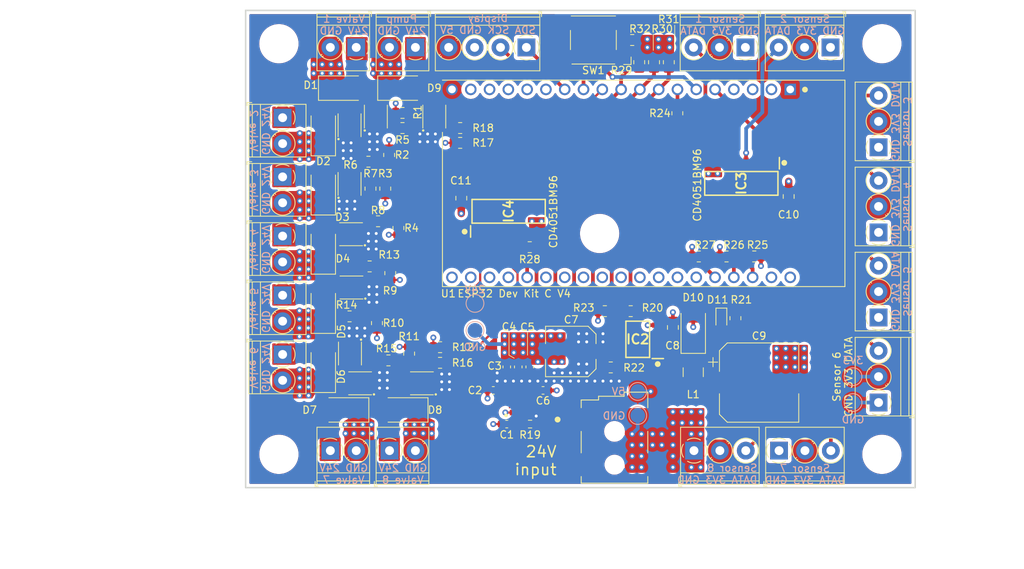
<source format=kicad_pcb>
(kicad_pcb (version 20211014) (generator pcbnew)
  (layers (0 "F.Cu" signal) (1 "In1.Cu" signal) (2 "In2.Cu" signal) (31 "B.Cu" signal) (34 "B.Paste" user) (35 "F.Paste" user) (36 "B.SilkS" user "B.Silkscreen") (37 "F.SilkS" user "F.Silkscreen") (38 "B.Mask" user) (39 "F.Mask" user) (44 "Edge.Cuts" user))
  (net 0 "")
  (net 1 "3V3")
  (net 2 "5V")
  (net 3 "GND")
  (net 4 "Y4.2")
  (net 5 "Y6.2")
  (net 20 "Y7.2")
  (net 21 "Y5.2")
  (net 22 "IO22")
  (net 23 "IO1")
  (net 24 "IO3")
  (net 25 "Y3.2")
  (net 26 "Y0.2")
  (net 27 "Y1.2")
  (net 28 "Y2.2")
  (net 29 "Y4")
  (net 30 "Y6")
  (net 31 "Y7")
  (net 35 "Y5")
  (net 36 "24V")
  (net 37 "IO2")
  (net 38 "IO33")
  (net 39 "IO25")
  (net 40 "IO26")
  (net 41 "Y3")
  (net 42 "Y0")
  (net 43 "Y1")
  (net 44 "Y2")
  (net 45 "IO12")
  (net 46 "IO14")
  (net 47 "IO27")
  (net 48 "IO32")
  (net 50 "IO35")
  (net 52 "IO34")
  (net 54 "24V*")
  (net 55 "Net-(C1-Pad1)")
  (net 56 "/Power Supply/TC")
  (net 57 "/Power Supply/SWE")
  (net 58 "/Power Supply/LED")
  (net 60 "Net-(IC1-Pad4)")
  (net 62 "/Power Supply/SWC")
  (net 63 "/Power Supply/CII")
  (net 64 "Net-(Q1-Pad4)")
  (net 65 "Net-(Q2-Pad4)")
  (net 66 "Net-(Q3-Pad4)")
  (net 67 "Net-(Q4-Pad4)")
  (net 68 "Net-(Q5-Pad4)")
  (net 69 "Net-(Q6-Pad4)")
  (net 70 "Net-(Q7-Pad4)")
  (net 71 "Net-(Q8-Pad4)")
  (net 72 "Net-(Q9-Pad4)")
  (net 73 "Net-(R32-Pad1)")
  (net 74 "/High Power Externals/vlv1_output")
  (net 75 "/High Power Externals/vlv2_output")
  (net 76 "/High Power Externals/vlv3_output")
  (net 77 "/High Power Externals/vlv4_output")
  (net 78 "/High Power Externals/vlv5_output")
  (net 79 "/High Power Externals/vlv6_output")
  (net 80 "/High Power Externals/vlv7_output")
  (net 81 "/High Power Externals/vlv8_output")
  (net 82 "/High Power Externals/pmp_output")
  (footprint "Resistor_SMD:R_0805_2012Metric" (layer "F.Cu") (at 77.4 83.0375 90)
    (fp_text reference "R2")
    (fp_text value "1M")
  )
  (footprint "Diode_SMD:D_SMA" (layer "F.Cu") (at 79.25 117.5 180)
    (fp_text reference "D8")
    (fp_text value "SS54")
  )
  (footprint "TerminalBlock_Phoenix:TerminalBlock_Phoenix_PT-1,5-3-3.5-H_1x03_P3.50mm_Horizontal" (layer "F.Cu") (at 143.55 105 90)
    (fp_text reference "J15" hide)
    (fp_text value "Screw_Terminal_01x03")
  )
  (footprint "Resistor_SMD:R_0805_2012Metric" (layer "F.Cu") (at 80.1 109.8875 90)
    (fp_text reference "R11")
    (fp_text value "1M")
  )
  (footprint "Resistor_SMD:R_0805_2012Metric" (layer "F.Cu") (at 79.2 79.4)
    (fp_text reference "R5")
    (fp_text value "100")
  )
  (footprint "TerminalBlock_Phoenix:TerminalBlock_Phoenix_PT-1,5-3-3.5-H_1x03_P3.50mm_Horizontal" (layer "F.Cu") (at 125.55 68.5 180)
    (fp_text reference "J11" hide)
    (fp_text value "Screw_Terminal_01x03")
  )
  (footprint "TerminalBlock_Phoenix:TerminalBlock_Phoenix_PT-1,5-3-3.5-H_1x03_P3.50mm_Horizontal" (layer "F.Cu") (at 143.55 116.5 90)
    (fp_text reference "J16" hide)
    (fp_text value "Screw_Terminal_01x03")
  )
  (footprint "Resistor_SMD:R_0805_2012Metric" (layer "F.Cu") (at 107.35 111.75)
    (fp_text reference "R22")
    (fp_text value "0.33")
  )
  (footprint "Resistor_SMD:R_0805_2012Metric" (layer "F.Cu") (at 119.25 96.75)
    (fp_text reference "R27")
    (fp_text value "1M")
  )
  (footprint "Resistor_SMD:R_0805_2012Metric" (layer "F.Cu") (at 84.2825 111.13)
    (fp_text reference "R16")
    (fp_text value "100")
  )
  (footprint "SamacSys_Parts:SOIC127P600X175-16N" (layer "F.Cu") (at 93.55 90.65 90)
    (fp_text reference "IC4")
    (fp_text value "CD4051BM96" hide)
  )
  (footprint "TerminalBlock_Phoenix:TerminalBlock_Phoenix_PT-1,5-4-3.5-H_1x04_P3.50mm_Horizontal" (layer "F.Cu") (at 95.95 68.5 180)
    (fp_text reference "J19" hide)
    (fp_text value "Screw_Terminal_01x04")
  )
  (footprint "MountingHole:MountingHole_4.3mm_M4" (layer "F.Cu") (at 144 123.5)
    (fp_text reference "H5" hide)
    (fp_text value "MountingHole")
  )
  (footprint "Resistor_SMD:R_0805_2012Metric" (layer "F.Cu") (at 84.2825 109.02 180)
    (fp_text reference "R12")
    (fp_text value "1M")
  )
  (footprint "Resistor_SMD:R_0805_2012Metric" (layer "F.Cu") (at 74.875 87.5875 90)
    (fp_text reference "R7")
    (fp_text value "100")
  )
  (footprint "Inductor_SMD:L_1210_3225Metric" (layer "F.Cu") (at 118.5 112.4 90)
    (fp_text reference "L1")
    (fp_text value "220uH")
  )
  (footprint "Diode_SMD:D_SMA" (layer "F.Cu") (at 68.5 79.75 90)
    (fp_text reference "D2")
    (fp_text value "SS54")
  )
  (footprint "MountingHole:MountingHole_4.3mm_M4" (layer "F.Cu") (at 62.5 123.5)
    (fp_text reference "H1" hide)
    (fp_text value "MountingHole")
  )
  (footprint "SamacSys_Parts:TPN2R805PLL1Q" (layer "F.Cu") (at 75.6 77.825)
    (fp_text reference "Q1" hide)
    (fp_text value "TPN2R805PL,L1Q" hide)
  )
  (footprint "Resistor_SMD:R_0805_2012Metric" (layer "F.Cu") (at 115.2 70.5 -90)
    (fp_text reference "R31")
    (fp_text value "1M")
  )
  (footprint "TerminalBlock_Phoenix:TerminalBlock_Phoenix_PT-1,5-2-3.5-H_1x02_P3.50mm_Horizontal" (layer "F.Cu") (at 69.45 123)
    (fp_text reference "J7" hide)
    (fp_text value "Screw_Terminal_01x02")
  )
  (footprint "TerminalBlock_Phoenix:TerminalBlock_Phoenix_PT-1,5-3-3.5-H_1x03_P3.50mm_Horizontal" (layer "F.Cu") (at 143.55 82 90)
    (fp_text reference "J13" hide)
    (fp_text value "Screw_Terminal_01x03")
  )
  (footprint "SamacSys_Parts:TPN2R805PLL1Q" (layer "F.Cu") (at 73.445 113.9 90)
    (fp_text reference "Q7" hide)
    (fp_text value "TPN2R805PL,L1Q" hide)
  )
  (footprint "Capacitor_SMD:C_0805_2012Metric" (layer "F.Cu") (at 87.15 88.875 -90)
    (fp_text reference "C11")
    (fp_text value "100nF")
  )
  (footprint "Capacitor_SMD:CP_Elec_10x10.5" (layer "F.Cu") (at 127.4 113.8)
    (fp_text reference "C9")
    (fp_text value "470uF")
  )
  (footprint "TerminalBlock_Phoenix:TerminalBlock_Phoenix_PT-1,5-2-3.5-H_1x02_P3.50mm_Horizontal" (layer "F.Cu") (at 63 86 -90)
    (fp_text reference "J3" hide)
    (fp_text value "Screw_Terminal_01x02")
  )
  (footprint "Diode_SMD:D_SMA" (layer "F.Cu") (at 118.5 106.45 90)
    (fp_text reference "D10")
    (fp_text value "SS54")
  )
  (footprint "SamacSys_Parts:SON50P300X300X80-11N" (layer "F.Cu") (at 94.85 116.35 90)
    (fp_text reference "IC1" hide)
    (fp_text value "NIS4461MT3TXG" hide)
  )
  (footprint "Resistor_SMD:R_0805_2012Metric" (layer "F.Cu") (at 106.55 104.15)
    (fp_text reference "R23")
    (fp_text value "1.2k")
  )
  (footprint "TerminalBlock_Phoenix:TerminalBlock_Phoenix_PT-1,5-3-3.5-H_1x03_P3.50mm_Horizontal" (layer "F.Cu") (at 137.05 68.5 180)
    (fp_text reference "J12" hide)
    (fp_text value "Screw_Terminal_01x03")
  )
  (footprint "TerminalBlock_Phoenix:TerminalBlock_Phoenix_PT-1,5-3-3.5-H_1x03_P3.50mm_Horizontal" (layer "F.Cu") (at 130.1 123)
    (fp_text reference "J17" hide)
    (fp_text value "Screw_Terminal_01x03")
  )
  (footprint "Capacitor_SMD:C_0805_2012Metric" (layer "F.Cu") (at 131.4 88.65 90)
    (fp_text reference "C10")
    (fp_text value "100nF")
  )
  (footprint "SamacSys_Parts:TPN2R805PLL1Q" (layer "F.Cu") (at 81.8 113.9 90)
    (fp_text reference "Q8" hide)
    (fp_text value "TPN2R805PL,L1Q" hide)
  )
  (footprint "TerminalBlock_Phoenix:TerminalBlock_Phoenix_PT-1,5-2-3.5-H_1x02_P3.50mm_Horizontal" (layer "F.Cu") (at 77.45 123)
    (fp_text reference "J8" hide)
    (fp_text value "Screw_Terminal_01x02")
  )
  (footprint "SamacSys_Parts:TPN2R805PLL1Q" (layer "F.Cu") (at 72.225 93.75 90)
    (fp_text reference "Q4" hide)
    (fp_text value "TPN2R805PL,L1Q" hide)
  )
  (footprint "Diode_SMD:D_SMA" (layer "F.Cu") (at 68.5 87.75 90)
    (fp_text reference "D3")
    (fp_text value "SS54")
  )
  (footprint "PersonalLibrary:MODULE_ESP32-DEVKITC-32D" (layer "F.Cu") (at 111.85 86.8775 -90)
    (fp_text reference "U1")
    (fp_text value "ESP32-DEVKITC-32D")
  )
  (footprint "Capacitor_SMD:C_0603_1608Metric" (layer "F.Cu") (at 94.85 111.685 90)
    (fp_text reference "C4")
    (fp_text value "100nF")
  )
  (footprint "SamacSys_Parts:TPN2R805PLL1Q" (layer "F.Cu") (at 72.1 109.9 180)
    (fp_text reference "Q6" hide)
    (fp_text value "TPN2R805PL,L1Q" hide)
  )
  (footprint "Capacitor_SMD:C_0603_1608Metric" (layer "F.Cu") (at 93.2975 111.685 90)
    (fp_text reference "C3")
    (fp_text value "100nF")
  )
  (footprint "Resistor_SMD:R_0805_2012Metric" (layer "F.Cu") (at 74.7625 98.0975)
    (fp_text reference "R13")
    (fp_text value "100")
  )
  (footprint "PersonalLibrary:SW_SPST_Omron_B3FS-100xP_3D" (layer "F.Cu") (at 105 67.5 180)
    (fp_text reference "SW1")
    (fp_text value "SW_MEC_5E")
  )
  (footprint "SamacSys_Parts:TPN2R805PLL1Q" (layer "F.Cu") (at 72.05 78.995)
    (fp_text reference "Q2" hide)
    (fp_text value "TPN2R805PL,L1Q" hide)
  )
  (footprint "Resistor_SMD:R_0805_2012Metric" (layer "F.Cu") (at 79.2 77.35 180)
    (fp_text reference "R1")
    (fp_text value "1M")
  )
  (footprint "SamacSys_Parts:TPN2R805PLL1Q" (layer "F.Cu") (at 83.5 77.825)
    (fp_text reference "Q9" hide)
    (fp_text value "TPN2R805PL,L1Q" hide)
  )
  (footprint "Capacitor_SMD:C_0805_2012Metric" (layer "F.Cu") (at 115.75 106.35 90)
    (fp_text reference "C8")
    (fp_text value "470pF")
  )
  (footprint "SamacSys_Parts:TPN2R805PLL1Q" (layer "F.Cu") (at 72.28 100.95 90)
    (fp_text reference "Q5" hide)
    (fp_text value "TPN2R805PL,L1Q" hide)
  )
  (footprint "Diode_SMD:D_SMA" (layer "F.Cu") (at 68.5 95.75 90)
    (fp_text reference "D4")
    (fp_text value "SS54")
  )
  (footprint "Capacitor_SMD:C_0603_1608Metric" (layer "F.Cu") (at 96.3975 111.685 90)
    (fp_text reference "C5")
    (fp_text value "100nF")
  )
  (footprint "SamacSys_Parts:SOIC127P600X175-16N" (layer "F.Cu") (at 125 86.8775 -90)
    (fp_text reference "IC3")
    (fp_text value "CD4051BM96" hide)
  )
  (footprint "TerminalBlock_Phoenix:TerminalBlock_Phoenix_PT-1,5-2-3.5-H_1x02_P3.50mm_Horizontal" (layer "F.Cu") (at 63 110 -90)
    (fp_text reference "J6" hide)
    (fp_text value "Screw_Terminal_01x02")
  )
  (footprint "Resistor_SMD:R_0805_2012Metric" (layer "F.Cu") (at 76.875 87.5875 -90)
    (fp_text reference "R3")
    (fp_text value "1M")
  )
  (footprint "Resistor_SMD:R_0805_2012Metric" (layer "F.Cu") (at 75.75 105.7625 -90)
    (fp_text reference "R10")
    (fp_text value "1M")
  )
  (footprint "PersonalLibrary:CUI_PJ-002BH-SMT-TR" (layer "F.Cu") (at 102.1575 118.8 90)
    (fp_text reference "J10" hide)
    (fp_text value "KH-DC-050-2.0STM")
  )
  (footprint "TerminalBlock_Phoenix:TerminalBlock_Phoenix_PT-1,5-2-3.5-H_1x02_P3.50mm_Horizontal" (layer "F.Cu") (at 63 78 -90)
    (fp_text reference "J2" hide)
    (fp_text value "Screw_Terminal_01x02")
  )
  (footprint "SamacSys_Parts:SOIC127P600X175-8N" (layer "F.Cu") (at 111 107.95 180)
    (fp_text reference "IC2")
    (fp_text value "MC34063ADR2G" hide)
  )
  (footprint "Resistor_SMD:R_0805_2012Metric" (layer "F.Cu") (at 87 81.4 180)
    (fp_text reference "R17")
    (fp_text value "1M")
  )
  (footprint "Diode_SMD:D_SMA" (layer "F.Cu") (at 71.25 117.5 180)
    (fp_text reference "D7")
    (fp_text value "SS54")
  )
  (footprint "Resistor_SMD:R_0805_2012Metric" (layer "F.Cu") (at 96.4 95.5 180)
    (fp_text reference "R28")
    (fp_text value "1M")
  )
  (footprint "MountingHole:MountingHole_4.3mm_M4" (layer "F.Cu") (at 105.85 93.65)
    (fp_text reference "H4" hide)
    (fp_text value "MountingHole")
  )
  (footprint "Resistor_SMD:R_0805_2012Metric" (layer "F.Cu") (at 74.6 83.95)
    (fp_text reference "R6")
    (fp_text value "100")
  )
  (footprint "Resistor_SMD:R_0805_2012Metric" (layer "F.Cu") (at 77.55 99.01 -90)
    (fp_text reference "R9")
    (fp_text value "1M")
  )
  (footprint "LED_SMD:LED_0603_1608Metric" (layer "F.Cu") (at 122.3 105.225 -90)
    (fp_text reference "D11")
    (fp_text value "LED Blue")
  )
  (footprint "Resistor_SMD:R_0805_2012Metric" (layer "F.Cu") (at 110.25 67.5)
    (fp_text reference "R32")
    (fp_text value "1M")
  )
  (footprint "Resistor_SMD:R_0805_2012Metric" (layer "F.Cu") (at 116.35 77.4 90)
    (fp_text reference "R24")
    (fp_text value "1M")
  )
  (footprint "TerminalBlock_Phoenix:TerminalBlock_Phoenix_PT-1,5-3-3.5-H_1x03_P3.50mm_Horizontal" (layer "F.Cu") (at 118.6 123)
    (fp_text reference "J18" hide)
    (fp_text value "Screw_Terminal_01x03")
  )
  (footprint "Resistor_SMD:R_0805_2012Metric" (layer "F.Cu") (at 123 96.75)
    (fp_text reference "R26")
    (fp_text value "1M")
  )
  (footprint "Diode_SMD:D_SMA" (layer "F.Cu") (at 79.25 74)
    (fp_text reference "D9")
    (fp_text value "SS54")
  )
  (footprint "TerminalBlock_Phoenix:TerminalBlock_Phoenix_PT-1,5-3-3.5-H_1x03_P3.50mm_Horizontal" (layer "F.Cu") (at 143.55 93.5 90)
    (fp_text reference "J14" hide)
    (fp_text value "Screw_Terminal_01x03")
  )
  (footprint "Resistor_SMD:R_0805_2012Metric" (layer "F.Cu") (at 110.05 104.15)
    (fp_text reference "R20")
    (fp_text value "3.6k")
  )
  (footprint "Resistor_SMD:R_0805_2012Metric" (layer "F.Cu") (at 113.2 70.5 -90)
    (fp_text reference "R30")
    (fp_text value "1M")
  )
  (footprint "Resistor_SMD:R_0805_2012Metric" (layer "F.Cu") (at 75.9 92)
    (fp_text reference "R8")
    (fp_text value "100")
  )
  (footprint "TerminalBlock_Phoenix:TerminalBlock_Phoenix_PT-1,5-2-3.5-H_1x02_P3.50mm_Horizontal" (layer "F.Cu") (at 63 94 -90)
    (fp_text reference "J4" hide)
    (fp_text value "Screw_Terminal_01x02")
  )
  (footprint "Resistor_SMD:R_0603_1608Metric" (layer "F.Cu") (at 96.4475 119.41 180)
    (fp_text reference "R19")
    (fp_text value "100")
  )
  (footprint "Resistor_SMD:R_0805_2012Metric" (layer "F.Cu") (at 78.65 92.9125 -90)
    (fp_text reference "R4")
    (fp_text value "1M")
  )
  (footprint "SamacSys_Parts:TPN2R805PLL1Q" (layer "F.Cu") (at 72.05 86.925)
    (fp_text reference "Q3" hide)
    (fp_text value "TPN2R805PL,L1Q" hide)
  )
  (footprint "Capacitor_SMD:C_0603_1608Metric" (layer "F.Cu") (at 93.2975 119.41 180)
    (fp_text reference "C1")
    (fp_text value "470pF")
  )
  (footprint "Resistor_SMD:R_0805_2012Metric" (layer "F.Cu") (at 111.2 70.5 -90)
    (fp_text reference "R29")
    (fp_text value "1M")
  )
  (footprint "Resistor_SMD:R_0805_2012Metric" (layer "F.Cu") (at 87 79.4)
    (fp_text reference "R18")
    (fp_text value "100")
  )
  (footprint "TerminalBlock_Phoenix:TerminalBlock_Phoenix_PT-1,5-2-3.5-H_1x02_P3.50mm_Horizontal" (layer "F.Cu") (at 72.95 68.5 180)
    (fp_text reference "J1" hide)
    (fp_text value "Screw_Terminal_01x02")
  )
  (footprint "MountingHole:MountingHole_4.3mm_M4" (layer "F.Cu") (at 144 68)
    (fp_text reference "H2" hide)
    (fp_text value "MountingHole")
  )
  (footprint "Diode_SMD:D_SMA" (layer "F.Cu") (at 71.25 74)
    (fp_text reference "D1")
    (fp_text value "SS54")
  )
  (footprint "Resistor_SMD:R_0805_2012Metric" (layer "F.Cu") (at 124.2 105.1 90)
    (fp_text reference "R21")
    (fp_text value "1.2k")
  )
  (footprint "Diode_SMD:D_SMA" (layer "F.Cu") (at 68.5 103.75 90)
    (fp_text reference "D5")
    (fp_text value "SS54")
  )
  (footprint "Capacitor_SMD:CP_Elec_6.3x7.7" (layer "F.Cu") (at 101.95 109.6 180)
    (fp_text reference "C7")
    (fp_text value "100uF")
  )
  (footprint "MountingHole:MountingHole_4.3mm_M4" (layer "F.Cu") (at 62.5 68)
    (fp_text reference "H3" hide)
    (fp_text value "MountingHole")
  )
  (footprint "Resistor_SMD:R_0805_2012Metric" (layer "F.Cu") (at 72.05 104.85)
    (fp_text reference "R14")
    (fp_text value "100")
  )
  (footprint "Capacitor_SMD:C_0603_1608Metric" (layer "F.Cu") (at 98.2 114.86)
    (fp_text reference "C6")
    (fp_text value "100nF")
  )
  (footprint "Resistor_SMD:R_0805_2012Metric" (layer "F.Cu") (at 126.75 96.75 180)
    (fp_text reference "R25")
    (fp_text value "1M")
  )
  (footprint "TerminalBlock_Phoenix:TerminalBlock_Phoenix_PT-1,5-2-3.5-H_1x02_P3.50mm_Horizontal" (layer "F.Cu") (at 80.95 68.5 180)
    (fp_text reference "J9" hide)
    (fp_text value "Screw_Terminal_01x02")
  )
  (footprint "TerminalBlock_Phoenix:TerminalBlock_Phoenix_PT-1,5-2-3.5-H_1x02_P3.50mm_Horizontal" (layer "F.Cu") (at 63 102 -90)
    (fp_text reference "J5" hide)
    (fp_text value "Screw_Terminal_01x02")
  )
  (footprint "Diode_SMD:D_SMA" (layer "F.Cu") (at 68.5 111.75 90)
    (fp_text reference "D6")
    (fp_text value "SS54")
  )
  (footprint "Resistor_SMD:R_0805_2012Metric" (layer "F.Cu") (at 77.3 110.8)
    (fp_text reference "R15")
    (fp_text value "100")
  )
  (footprint "Capacitor_SMD:C_0603_1608Metric" (layer "F.Cu") (at 91.4725 114.86 180)
    (fp_text reference "C2")
    (fp_text value "100nF")
  )
  (footprint "TestPoint:TestPoint_Pad_D2.0mm" (layer "B.Cu") (at 140.1 113 180)
    (fp_text reference "TP4" hide)
    (fp_text value "TestPoint")
  )
  (footprint "TestPoint:TestPoint_Pad_D2.0mm" (layer "B.Cu") (at 111 115 180)
    (fp_text reference "TP1" hide)
    (fp_text value "TestPoint")
  )
  (footprint "TestPoint:TestPoint_Pad_D2.0mm" (layer "B.Cu") (at 89 103.1 180)
    (fp_text reference "TP3" hide)
    (fp_text value "TestPoint")
  )
  (footprint "TestPoint:TestPoint_Pad_D2.0mm" (layer "B.Cu") (at 140.1 116.5 180)
    (fp_text reference "TP5" hide)
    (fp_text value "TestPoint")
  )
  (footprint "TestPoint:TestPoint_Pad_D2.0mm" (layer "B.Cu") (at 89 106.75 180)
    (fp_text reference "TP6" hide)
    (fp_text value "TestPoint")
  )
  (footprint "TestPoint:TestPoint_Pad_D2.0mm" (layer "B.Cu") (at 111 118.25 180)
    (fp_text reference "TP2" hide)
    (fp_text value "TestPoint")
  )
  (gr_circle (center 130.8 84.1) (end 131.116228 84.1) (layer "F.SilkS") (width 0.15) (fill solid))
  (gr_circle (center 113.7 111.3) (end 114.016228 111.3) (layer "F.SilkS") (width 0.15) (fill solid))
  (gr_line (start 93.6 110.1) (end 94.3 110.5) (layer "F.SilkS") (width 0.1))
  (gr_line (start 113.1 66.7) (end 113.1 68.9) (layer "F.SilkS") (width 0.1))
  (gr_circle (center 133.6 74.2) (end 133.916228 74.2) (layer "F.SilkS") (width 0.15) (fill solid))
  (gr_circle (center 87.6 93.4) (end 87.916228 93.4) (layer "F.SilkS") (width 0.15) (fill solid))
  (gr_line (start 96.1 107) (end 96.1 110.1) (layer "F.SilkS") (width 0.1))
  (gr_line (start 116 65.5) (end 116 68.7) (layer "F.SilkS") (width 0.1))
  (gr_line (start 93.6 106.9) (end 93.6 110.1) (layer "F.SilkS") (width 0.1))
  (gr_rect (start 148.5 63.5) (end 58 128) (layer "Edge.Cuts") (width 0.2) (fill none))
  (gr_text "Sensor 3\nGND 3V3 DATA" (at 146.6 78.55 270) (layer "B.SilkS") (effects (font (size 1 1)) (justify mirror)))
  (gr_text "GND 24V\nValve 7" (at 71.25 126.15) (layer "B.SilkS") (effects (font (size 1 1)) (justify mirror)))
  (gr_text "24V" (at 89 101.2) (layer "B.SilkS") (effects (font (size 1 1)) (justify mirror)))
  (gr_text "GND" (at 89 109) (layer "B.SilkS") (effects (font (size 1 1)) (justify mirror)))
  (gr_text "GND 24V\nValve 3" (at 59.9 87.8 270) (layer "B.SilkS") (effects (font (size 1 1)) (justify mirror)))
  (gr_text "Display\nSDA SCK GND 5V" (at 90.75 65.35) (layer "B.SilkS") (effects (font (size 1 1)) (justify mirror)))
  (gr_text "Sensor 1\nGND 3V3 DATA" (at 122.15 65.45) (layer "B.SilkS") (effects (font (size 1 1)) (justify mirror)))
  (gr_text "Pump\n24V GND" (at 79.1 65.45) (layer "B.SilkS") (effects (font (size 1 1)) (justify mirror)))
  (gr_text "Sensor 5\nGND 3V3 DATA" (at 146.6 101.5 270) (layer "B.SilkS") (effects (font (size 1 1)) (justify mirror)))
  (gr_text "Sensor 7\nDATA 3V3 GND" (at 133.6 126.2) (layer "B.SilkS") (effects (font (size 1 1)) (justify mirror)))
  (gr_text "Sensor 4\nGND 3V3 DATA" (at 146.6 90.05 270) (layer "B.SilkS") (effects (font (size 1 1)) (justify mirror)))
  (gr_text "Sensor 8\nDATA 3V3 GND" (at 127.25 126.15) (layer "B.SilkS") (effects (font (size 1 1)) (justify left mirror)))
  (gr_text "Sensor 2\nGND 3V3 DATA" (at 133.6 65.45) (layer "B.SilkS") (effects (font (size 1 1)) (justify mirror)))
  (gr_text "5V" (at 108.4 115) (layer "B.SilkS") (effects (font (size 1 1)) (justify mirror)))
  (gr_text "GND" (at 140.1 118.8) (layer "B.SilkS") (effects (font (size 1 1)) (justify mirror)))
  (gr_text "GND 24V\nValve 5" (at 59.9 103.8 270) (layer "B.SilkS") (effects (font (size 1 1)) (justify mirror)))
  (gr_text "GND 24V\nValve 2" (at 59.9 79.75 270) (layer "B.SilkS") (effects (font (size 1 1)) (justify mirror)))
  (gr_text "3V3" (at 140.1 110.8) (layer "B.SilkS") (effects (font (size 1 1)) (justify mirror)))
  (gr_text "Valve 1\n24V GND" (at 71.3 65.45) (layer "B.SilkS") (effects (font (size 1 1)) (justify mirror)))
  (gr_text "GND 24V\nValve 4" (at 59.9 95.8 270) (layer "B.SilkS") (effects (font (size 1 1)) (justify mirror)))
  (gr_text "GND" (at 107.8 118.3) (layer "B.SilkS") (effects (font (size 1 1)) (justify mirror)))
  (gr_text "GND 24V\nValve 6" (at 59.9 111.8 270) (layer "B.SilkS") (effects (font (size 1 1)) (justify mirror)))
  (gr_text "GND 24V\nValve 8" (at 79.25 126.15) (layer "B.SilkS") (effects (font (size 1 1)) (justify mirror)))
  (gr_text "CD4051BM96" (at 99.6 90.7 90) (layer "F.SilkS") (effects (font (size 1 1))))
  (gr_text "Sensor 6\nGND 3V3 DATA" (at 138.7 113 90) (layer "F.SilkS") (effects (font (size 1 1))))
  (gr_text "CD4051BM96" (at 119.05 87.1 90) (layer "F.SilkS") (effects (font (size 1 1))))
  (gr_text "24V\ninput" (at 100.15 124.35) (layer "F.SilkS") (effects (font (size 1.5 1.5) (thickness 0.2)) (justify right)))
  (gr_text "ESP32 Dev Kit C V4" (at 94.3 101.775) (layer "F.SilkS") (effects (font (size 1 1))))
  (segment (start 109 65.25) (end 118.8 65.25) (width 0.5) (layer "F.Cu") (net 1))
  (segment (start 118.8 65.25) (end 122.05 68.5) (width 0.5) (layer "F.Cu") (net 1))
  (segment (start 101 65.25) (end 109 65.25) (width 0.5) (layer "F.Cu") (net 1))
  (segment (start 143.55 113) (end 140.1 113) (width 0.5) (layer "B.Cu") (net 1))
  (segment (start 129.4475 89.6) (end 129.445 89.6025) (width 1) (layer "F.Cu") (net 2))
  (segment (start 107.48 98.34) (end 107.48 100.92) (width 0.5) (layer "F.Cu") (net 2))
  (segment (start 129 87) (end 111.25 87) (width 0.5) (layer "F.Cu") (net 2))
  (segment (start 104.94 98.33) (end 104.94 100.91) (width 0.5) (layer "F.Cu") (net 2))
  (segment (start 131.4 89.6) (end 129.4475 89.6) (width 1) (layer "F.Cu") (net 2))
  (segment (start 116.35 78.3125) (end 112.2125 78.3125) (width 0.5) (layer "F.Cu") (net 2))
  (segment (start 129.445 87.445) (end 129 87) (width 0.5) (layer "F.Cu") (net 2))
  (segment (start 97.32 98.33) (end 97.32 100.87) (width 0.5) (layer "F.Cu") (net 2))
  (segment (start 99.86 98.33) (end 99.86 100.91) (width 0.5) (layer "F.Cu") (net 2))
  (segment (start 110.02 98.34) (end 110.02 100.92) (width 0.5) (layer "F.Cu") (net 2))
  (segment (start 129.445 89.6025) (end 129.445 87.445) (width 0.5) (layer "F.Cu") (net 2))
  (segment (start 87.15 87.925) (end 89.105 87.925) (width 1) (layer "F.Cu") (net 2))
  (segment (start 102.4 98.33) (end 102.4 100.91) (width 0.5) (layer "F.Cu") (net 2))
  (via (at 112.75 115) (size 0.8) (drill 0.4) (layers "F.Cu" "B.Cu") (net 2))
  (segment (start 111 115) (end 112.75 115) (width 0.5) (layer "B.Cu") (net 2))
  (segment (start 93.85 117.85) (end 93.1 117.85) (width 0.3) (layer "F.Cu") (net 3))
  (segment (start 77.55 99.9225) (end 78.8475 99.9225) (width 0.3) (layer "F.Cu") (net 3))
  (segment (start 80.1 108.975) (end 78.815 108.975) (width 0.3) (layer "F.Cu") (net 3))
  (segment (start 92.5225 119.41) (end 91.47 119.41) (width 0.3) (layer "F.Cu") (net 3))
  (segment (start 86.0875 81.4) (end 85 81.4) (width 0.3) (layer "F.Cu") (net 3))
  (segment (start 122.3 104.4375) (end 118.5125 104.4375) (width 0.5) (layer "F.Cu") (net 3))
  (segment (start 78.65 93.825) (end 77.35 93.825) (width 0.3) (layer "F.Cu") (net 3))
  (segment (start 87.15 89.825) (end 87.15 90.95) (width 1) (layer "F.Cu") (net 3))
  (segment (start 118.5125 104.4375) (end 118.5 104.45) (width 0.5) (layer "F.Cu") (net 3))
  (segment (start 105.6375 105.4425) (end 105.63 105.45) (width 0.5) (layer "F.Cu") (net 3))
  (segment (start 113.712 106.045) (end 112.355 106.045) (width 0.5) (layer "F.Cu") (net 3))
  (segment (start 115.75 105.4) (end 115.75 104.3) (width 0.5) (layer "F.Cu") (net 3))
  (segment (start 75.75 106.675) (end 75.75 107.8) (width 0.3) (layer "F.Cu") (net 3))
  (segment (start 76.875 88.5) (end 76.875 89.6) (width 0.3) (layer "F.Cu") (net 3))
  (segment (start 118.3375 96.75) (end 118.3375 95.4625) (width 0.5) (layer "F.Cu") (net 3))
  (segment (start 105.6375 104.15) (end 105.6375 105.4425) (width 0.5) (layer "F.Cu") (net 3))
  (segment (start 77.4 82.125) (end 77.4 81) (width 0.3) (layer "F.Cu") (net 3))
  (segment (start 118.5 104.45) (end 118.5 106.3) (width 0.5) (layer "F.Cu") (net 3))
  (segment (start 98.9975 114.86) (end 100.05 114.86) (width 0.5) (layer "F.Cu") (net 3))
  (segment (start 122.0875 96.75) (end 122.0875 95.4625) (width 0.5) (layer "F.Cu") (net 3))
  (segment (start 118.3375 95.4625) (end 118.35 95.45) (width 0.5) (layer "F.Cu") (net 3))
  (segment (start 78.8475 99.9225) (end 78.85 99.92) (width 0.3) (layer "F.Cu") (net 3))
  (segment (start 78.2875 76.0625) (end 78.29 76.06) (width 0.3) (layer "F.Cu") (net 3))
  (segment (start 122.0875 95.4625) (end 122.1 95.45) (width 0.5) (layer "F.Cu") (net 3))
  (segment (start 112.355 106.045) (end 112.35 106.05) (width 0.5) (layer "F.Cu") (net 3))
  (segment (start 90.6975 114.86) (end 90.6975 115.9475) (width 0.5) (layer "F.Cu") (net 3))
  (segment (start 127.6625 98.0375) (end 127.65 98.05) (width 0.5) (layer "F.Cu") (net 3))
  (segment (start 83.37 109.02) (end 83.37 107.72) (width 0.3) (layer "F.Cu") (net 3))
  (segment (start 127.6625 96.75) (end 127.6625 98.0375) (width 0.5) (layer "F.Cu") (net 3))
  (segment (start 78.815 108.975) (end 78.81 108.97) (width 0.3) (layer "F.Cu") (net 3))
  (segment (start 131.4 87.7) (end 131.4 86.6) (width 1) (layer "F.Cu") (net 3))
  (segment (start 78.2875 77.35) (end 78.2875 76.0625) (width 0.3) (layer "F.Cu") (net 3))
  (via (at 66.475 107.575) (size 0.8) (drill 0.4) (layers "F.Cu" "B.Cu") (net 3))
  (via (at 65.3 112.05) (size 0.8) (drill 0.4) (layers "F.Cu" "B.Cu") (net 3))
  (via (at 65.325 81.25) (size 0.8) (drill 0.4) (layers "F.Cu" "B.Cu") (net 3))
  (via (at 97.5 111) (size 0.8) (drill 0.4) (layers "F.Cu" "B.Cu") (net 3))
  (via (at 65.325 88.1) (size 0.8) (drill 0.4) (layers "F.Cu" "B.Cu") (net 3))
  (via (at 96.7 92) (size 0.8) (drill 0.4) (layers "F.Cu" "B.Cu") (net 3))
  (via (at 69.55 72) (size 0.8) (drill 0.4) (layers "F.Cu" "B.Cu") (net 3))
  (via (at 118.5 106.3) (size 0.8) (drill 0.4) (layers "F.Cu" "B.Cu") (net 3))
  (via (at 100.75 111) (size 0.8) (drill 0.4) (layers "F.Cu" "B.Cu") (net 3))
  (via (at 121.8 85.55) (size 0.8) (drill 0.4) (layers "F.Cu" "B.Cu") (net 3))
  (via (at 66.525 91.6) (size 0.8) (drill 0.4) (layers "F.Cu" "B.Cu") (net 3))
  (via (at 83.37 107.72) (size 0.8) (drill 0.4) (layers "F.Cu" "B.Cu") (net 3))
  (via (at 94.25 108.6) (size 0.8) (drill 0.4) (layers "F.Cu" "B.Cu") (net 3))
  (via (at 129.75 111.7) (size 0.8) (drill 0.4) (layers "F.Cu" "B.Cu") (net 3))
  (via (at 132.25 111.7) (size 0.8) (drill 0.4) (layers "F.Cu" "B.Cu") (net 3))
  (via (at 94.25 109.75) (size 0.8) (drill 0.4) (layers "F.Cu" "B.Cu") (net 3))
  (via (at 66.5 98.475) (size 0.8) (drill 0.4) (layers "F.Cu" "B.Cu") (net 3))
  (via (at 73.85 120.675) (size 0.8) (drill 0.4) (layers "F.Cu" "B.Cu") (net 3))
  (via (at 66.5 97.275) (size 0.8) (drill 0.4) (layers "F.Cu" "B.Cu") (net 3))
  (via (at 114.25 122.25) (size 0.8) (drill 0.4) (layers "F.Cu" "B.Cu") (net 3))
  (via (at 75 119.475) (size 0.8) (drill 0.4) (layers "F.Cu" "B.Cu") (net 3))
  (via (at 66.5 112.05) (size 0.8) (drill 0.4) (layers "F.Cu" "B.Cu") (net 3))
  (via (at 66.5 113.2) (size 0.8) (drill 0.4) (layers "F.Cu" "B.Cu") (net 3))
  (via (at 133.5 110.45) (size 0.8) (drill 0.4) (layers "F.Cu" "B.Cu") (net 3))
  (via (at 65.275 105.225) (size 0.8) (drill 0.4) (layers "F.Cu" "B.Cu") (net 3))
  (via (at 112.3 68.5) (size 0.8) (drill 0.4) (layers "F.Cu" "B.Cu") (net 3))
  (via (at 111.5 120.75) (size 0.8) (drill 0.4) (layers "F.Cu" "B.Cu") (net 3))
  (via (at 65.325 90.45) (size 0.8) (drill 0.4) (layers "F.Cu" "B.Cu") (net 3))
  (via (at 66.5 115.55) (size 0.8) (drill 0.4) (layers "F.Cu" "B.Cu") (net 3))
  (via (at 66.525 83.6) (size 0.8) (drill 0.4) (layers "F.Cu" "B.Cu") (net 3))
  (via (at 110.25 122.25) (size 0.8) (drill 0.4) (layers "F.Cu" "B.Cu") (net 3))
  (via (at 112.3 67.4) (size 0.8) (drill 0.4) (layers "F.Cu" "B.Cu") (net 3))
  (via (at 67.2 72) (size 0.8) (drill 0.4) (layers "F.Cu" "B.Cu") (net 3))
  (via (at 114.25 120.75) (size 0.8) (drill 0.4) (layers "F.Cu" "B.Cu") (net 3))
  (via (at 66.475 106.425) (size 0.8) (drill 0.4) (layers "F.Cu" "B.Cu") (net 3))
  (via (at 66.5 99.625) (size 0.8) (drill 0.4) (layers "F.Cu" "B.Cu") (net 3))
  (via (at 132.25 109.2) (size 0.8) (drill 0.4) (layers "F.Cu" "B.Cu") (net 3))
  (via (at 99.25 107.5) (size 0.8) (drill 0.4) (layers "F.Cu" "B.Cu") (net 3))
  (via (at 66.475 104.075) (size 0.8) (drill 0.4) (layers "F.Cu" "B.Cu") (net 3))
  (via (at 93 109.75) (size 0.8) (drill 0.4) (layers "F.Cu" "B.Cu") (net 3))
  (via (at 122.1 95.45) (size 0.8) (drill 0.4) (layers "F.Cu" "B.Cu") (net 3))
  (via (at 111.5 125.25) (size 0.8) (drill 0.4) (layers "F.Cu" "B.Cu") (net 3))
  (via (at 66.525 81.25) (size 0.8) (drill 0.4) (layers "F.Cu" "B.Cu") (net 3))
  (via (at 65.3 114.4) (size 0.8) (drill 0.4) (layers "F.Cu" "B.Cu") (net 3))
  (via (at 66.525 82.45) (size 0.8) (drill 0.4) (layers "F.Cu" "B.Cu") (net 3))
  (via (at 70.7 72) (size 0.8) (drill 0.4) (layers "F.Cu" "B.Cu") (net 3))
  (via (at 99.7 111) (size 0.8) (drill 0.4) (layers "F.Cu" "B.Cu") (net 3))
  (via (at 66.525 80.1) (size 0.8) (drill 0.4) (layers "F.Cu" "B.Cu") (net 3))
  (via (at 133.5 111.7) (size 0.8) (drill 0.4) (layers "F.Cu" "B.Cu") (net 3))
  (via (at 111.5 122.25) (size 0.8) (drill 0.4) (layers "F.Cu" "B.Cu") (net 3))
  (via (at 65.325 82.45) (size 0.8) (drill 0.4) (layers "F.Cu" "B.Cu") (net 3))
  (via (at 115.75 119.25) (size 0.8) (drill 0.4) (layers "F.Cu" "B.Cu") (net 3))
  (via (at 83.15 120.67) (size 0.8) (drill 0.4) (layers "F.Cu" "B.Cu") (net 3))
  (via (at 71.5 119.475) (size 0.8) (drill 0.4) (layers "F.Cu" "B.Cu") (net 3))
  (via (at 131 110.45) (size 0.8) (drill 0.4) (layers "F.Cu" "B.Cu") (net 3))
  (via (at 112.35 106.05) (size 0.8) (drill 0.4) (layers "F.Cu" "B.Cu") (net 3))
  (via (at 65.325 91.6) (size 0.8) (drill 0.4) (layers "F.Cu" "B.Cu") (net 3))
  (via (at 110.25 123.75) (size 0.8) (drill 0.4) (layers "F.Cu" "B.Cu") (net 3))
  (via (at 80.8 120.67) (size 0.8) (drill 0.4) (layers "F.Cu" "B.Cu") (net 3))
  (via (at 65.3 99.625) (size 0.8) (drill 0.4) (layers "F.Cu" "B.Cu") (net 3))
  (via (at 79.65 119.47) (size 0.8) (drill 0.4) (layers "F.Cu" "B.Cu") (net 3))
  (via (at 95.5 107.5) (size 0.8) (drill 0.4) (layers "F.Cu" "B.Cu") (net 3))
  (via (at 77.35 93.825) (size 0.8) (drill 0.4) (layers "F.Cu" "B.Cu") (net 3))
  (via (at 93 107.5) (size 0.8) (drill 0.4) (layers "F.Cu" "B.Cu") (net 3))
  (via (at 66.5 114.4) (size 0.8) (drill 0.4) (layers "F.Cu" "B.Cu") (net 3))
  (via (at 98 92) (size 0.8) (drill 0.4) (layers "F.Cu" "B.Cu") (net 3))
  (via (at 65.3 113.2) (size 0.8) (drill 0.4) (layers "F.Cu" "B.Cu") (net 3))
  (via (at 67.2 70.8) (size 0.8) (drill 0.4) (layers "F.Cu" "B.Cu") (net 3))
  (via (at 77.575 72) (size 0.8) (drill 0.4) (layers "F.Cu" "B.Cu") (net 3))
  (via (at 93.1 117.85) (size 0.8) (drill 0.4) (layers "F.Cu" "B.Cu") (net 3))
  (via (at 105.63 105.45) (size 0.8) (drill 0.4) (layers "F.Cu" "B.Cu") (net 3))
  (via (at 100.5 107.5) (size 0.8) (drill 0.4) (layers "F.Cu" "B.Cu") (net 3))
  (via (at 68.35 72) (size 0.8) (drill 0.4) (layers "F.Cu" "B.Cu") (net 3))
  (via (at 71.5 120.675) (size 0.8) (drill 0.4) (layers "F.Cu" "B.Cu") (net 3))
  (via (at 113 120.75) (size 0.8) (drill 0.4) (layers "F.Cu" "B.Cu") (net 3))
  (via (at 131.4 86.6) (size 0.8) (drill 0.4) (layers "F.Cu" "B.Cu") (net 3))
  (via (at 78.725 72) (size 0.8) (drill 0.4) (layers "F.Cu" "B.Cu") (net 3))
  (via (at 115.3 68.5) (size 0.8) (drill 0.4) (layers "F.Cu" "B.Cu") (net 3))
  (via (at 65.3 98.475) (size 0.8) (drill 0.4) (layers "F.Cu" "B.Cu") (net 3))
  (via (at 93 108.6) (size 0.8) (drill 0.4) (layers "F.Cu" "B.Cu") (net 3))
  (via (at 65.275 104.075) (size 0.8) (drill 0.4) (layers "F.Cu" "B.Cu") (net 3))
  (via (at 66.525 88.1) (size 0.8) (drill 0.4) (layers "F.Cu" "B.Cu") (net 3))
  (via (at 80.8 119.47) (size 0.8) (drill 0.4) (layers "F.Cu" "B.Cu") (net 3))
  (via (at 110.25 125.25) (size 0.8) (drill 0.4) (layers "F.Cu" "B.Cu") (net 3))
  (via (at 75.75 107.8) (size 0.8) (drill 0.4) (layers "F.Cu" "B.Cu") (net 3))
  (via (at 96.75 109.75) (size 0.8) (drill 0.4) (layers "F.Cu" "B.Cu") (net 3))
  (via (at 78.81 108.97) (size 0.8) (drill 0.4) (layers "F.Cu" "B.Cu") (net 3))
  (via (at 72.65 119.475) (size 0.8) (drill 0.4) (layers "F.Cu" "B.Cu") (net 3))
  (via (at 115.75 123.75) (size 0.8) (drill 0.4) (layers "F.Cu" "B.Cu") (net 3))
  (via (at 120.55 85.55) (size 0.8) (drill 0.4) (layers "F.Cu" "B.Cu") (net 3))
  (via (at 127.65 98.05) (size 0.8) (drill 0.4) (layers "F.Cu" "B.Cu") (net 3))
  (via (at 90.7 115.95) (size 0.8) (drill 0.4) (layers "F.Cu" "B.Cu") (net 3))
  (via (at 69.55 70.8) (size 0.8) (drill 0.4) (layers "F.Cu" "B.Cu") (net 3))
  (via (at 75.225 70.8) (size 0.8) (drill 0.4) (layers "F.Cu" "B.Cu") (net 3))
  (via (at 65.275 106.425) (size 0.8) (drill 0.4) (layers "F.Cu" "B.Cu") (net 3))
  (via (at 96.75 107.5) (size 0.8) (drill 0.4) (layers "F.Cu" "B.Cu") (net 3))
  (via (at 65.325 83.6) (size 0.8) (drill 0.4) (layers "F.Cu" "B.Cu") (net 3))
  (via (at 129.75 110.45) (size 0.8) (drill 0.4) (layers "F.Cu" "B.Cu") (net 3))
  (via (at 118.25 119.25) (size 0.8) (drill 0.4) (layers "F.Cu" "B.Cu") (net 3))
  (via (at 117 117.75) (size 0.8) (drill 0.4) (layers "F.Cu" "B.Cu") (net 3))
  (via (at 73.85 119.475) (size 0.8) (drill 0.4) (layers "F.Cu" "B.Cu") (net 3))
  (via (at 119.5 117.75) (size 0.8) (drill 0.4) (layers "F.Cu" "B.Cu") (net 3))
  (via (at 113 122.25) (size 0.8) (drill 0.4) (layers "F.Cu" "B.Cu") (net 3))
  (via (at 66.475 105.225) (size 0.8) (drill 0.4) (layers "F.Cu" "B.Cu") (net 3))
  (via (at 129.75 109.2) (size 0.8) (drill 0.4) (layers "F.Cu" "B.Cu") (net 3))
  (via (at 95.5 109.75) (size 0.8) (drill 0.4) (layers "F.Cu" "B.Cu") (net 3))
  (via (at 79.65 120.67) (size 0.8) (drill 0.4) (layers "F.Cu" "B.Cu") (net 3))
  (via (at 131 109.2) (size 0.8) (drill 0.4) (layers "F.Cu" "B.Cu") (net 3))
  (via (at 115.3 67.4) (size 0.8) (drill 0.4) (layers "F.Cu" "B.Cu") (net 3))
  (via (at 132.25 110.45) (size 0.8) (drill 0.4) (layers "F.Cu" "B.Cu") (net 3))
  (via (at 65.275 107.575) (size 0.8) (drill 0.4) (layers "F.Cu" "B.Cu") (net 3))
  (via (at 119.5 120.75) (size 0.8) (drill 0.4) (layers "F.Cu" "B.Cu") (net 3))
  (via (at 95.5 108.6) (size 0.8) (drill 0.4) (layers "F.Cu" "B.Cu") (net 3))
  (via (at 98 107.5) (size 0.8) (drill 0.4) (layers "F.Cu" "B.Cu") (net 3))
  (via (at 72.65 120.675) (size 0.8) (drill 0.4) (layers "F.Cu" "B.Cu") (net 3))
  (via (at 77.4 81) (size 0.8) (drill 0.4) (layers "F.Cu" "B.Cu") (net 3))
  (via (at 118.25 120.75) (size 0.8) (drill 0.4) (layers "F.Cu" "B.Cu") (net 3))
  (via (at 76.375 72) (size 0.8) (drill 0.4) (layers "F.Cu" "B.Cu") (net 3))
  (via (at 115.75 104.3) (size 0.8) (drill 0.4) (layers "F.Cu" "B.Cu") (net 3))
  (via (at 96.75 108.6) (size 0.8) (drill 0.4) (layers "F.Cu" "B.Cu") (net 3))
  (via (at 100.05 114.86) (size 0.8) (drill 0.4) (layers "F.Cu" "B.Cu") (net 3))
  (via (at 113.8 68.5) (size 0.8) (drill 0.4) (layers "F.Cu" "B.Cu") (net 3))
  (via (at 117 119.25) (size 0.8) (drill 0.4) (layers "F.Cu" "B.Cu") (net 3))
  (via (at 77.575 70.8) (size 0.8) (drill 0.4) (layers "F.Cu" "B.Cu") (net 3))
  (via (at 70.7 70.8) (size 0.8) (drill 0.4) (layers "F.Cu" "B.Cu") (net 3))
  (via (at 119.5 125.25) (size 0.8) (drill 0.4) (layers "F.Cu" "B.Cu") (net 3))
  (via (at 78.29 76.06) (size 0.8) (drill 0.4) (layers "F.Cu" "B.Cu") (net 3))
  (via (at 115.75 117.75) (size 0.8) (drill 0.4) (layers "F.Cu" "B.Cu") (net 3))
  (via (at 115.75 125.25) (size 0.8) (drill 0.4) (layers "F.Cu" "B.Cu") (net 3))
  (via (at 76.375 70.8) (size 0.8) (drill 0.4) (layers "F.Cu" "B.Cu") (net 3))
  (via (at 66.525 90.45) (size 0.8) (drill 0.4) (layers "F.Cu" "B.Cu") (net 3))
  (via (at 115.75 122.25) (size 0.8) (drill 0.4) (layers "F.Cu" "B.Cu") (net 3))
  (via (at 66.5 96.125) (size 0.8) (drill 0.4) (layers "F.Cu" "B.Cu") (net 3))
  (via (at 119.5 119.25) (size 0.8) (drill 0.4) (layers "F.Cu" "B.Cu") (net 3))
  (via (at 66.525 89.25) (size 0.8) (drill 0.4) (layers "F.Cu" "B.Cu") (net 3))
  (via (at 115.75 120.75) (size 0.8) (drill 0.4) (layers "F.Cu" "B.Cu") (net 3))
  (via (at 118.25 125.25) (size 0.8) (drill 0.4) (layers "F.Cu" "B.Cu") (net 3))
  (via (at 94.25 107.5) (size 0.8) (drill 0.4) (layers "F.Cu" "B.Cu") (net 3))
  (via (at 113.8 67.4) (size 0.8) (drill 0.4) (layers "F.Cu" "B.Cu") (net 3))
  (via (at 65.3 97.275) (size 0.8) (drill 0.4) (layers "F.Cu" "B.Cu") (net 3))
  (via (at 82 120.67) (size 0.8) (drill 0.4) (layers "F.Cu" "B.Cu") (net 3))
  (via (at 118.25 117.75) (size 0.8) (drill 0.4) (layers "F.Cu" "B.Cu") (net 3))
  (via (at 65.325 80.1) (size 0.8) (drill 0.4) (layers "F.Cu" "B.Cu") (net 3))
  (via (at 133.5 109.2) (size 0.8) (drill 0.4) (layers "F.Cu" "B.Cu") (net 3))
  (via (at 91.47 119.41) (size 0.8) (drill 0.4) (layers "F.Cu" "B.Cu") (net 3))
  (via (at 87.15 90.95) (size 0.8) (drill 0.4) (layers "F.Cu" "B.Cu") (net 3))
  (via (at 78.85 99.92) (size 0.8) (drill 0.4) (layers "F.Cu" "B.Cu") (net 3))
  (via (at 75 120.675) (size 0.8) (drill 0.4) (layers "F.Cu" "B.Cu") (net 3))
  (via (at 83.15 119.47) (size 0.8) (drill 0.4) (layers "F.Cu" "B.Cu") (net 3))
  (via (at 68.35 70.8) (size 0.8) (drill 0.4) (layers "F.Cu" "B.Cu") (net 3))
  (via (at 75.225 72) (size 0.8) (drill 0.4) (layers "F.Cu" "B.Cu") (net 3))
  (via (at 65.3 115.55) (size 0.8) (drill 0.4) (layers "F.Cu" "B.Cu") (net 3))
  (via (at 85 81.4) (size 0.8) (drill 0.4) (layers "F.Cu" "B.Cu") (net 3))
  (via (at 65.3 96.125) (size 0.8) (drill 0.4) (layers "F.Cu" "B.Cu") (net 3))
  (via (at 65.325 89.25) (size 0.8) (drill 0.4) (layers "F.Cu" "B.Cu") (net 3))
  (via (at 110.25 120.75) (size 0.8) (drill 0.4) (layers "F.Cu" "B.Cu") (net 3))
  (via (at 118.35 95.45) (size 0.8) (drill 0.4) (layers "F.Cu" "B.Cu") (net 3))
  (via (at 78.725 70.8) (size 0.8) (drill 0.4) (layers "F.Cu" "B.Cu") (net 3))
  (via (at 131 111.7) (size 0.8) (drill 0.4) (layers "F.Cu" "B.Cu") (net 3))
  (via (at 82 119.47) (size 0.8) (drill 0.4) (layers "F.Cu" "B.Cu") (net 3))
  (via (at 76.875 89.6) (size 0.8) (drill 0.4) (layers "F.Cu" "B.Cu") (net 3))
  (via (at 111.5 123.75) (size 0.8) (drill 0.4) (layers "F.Cu" "B.Cu") (net 3))
  (segment (start 143.55 116.5) (end 140.1 116.5) (width 0.5) (layer "B.Cu") (net 3))
  (segment (start 111 118.25) (end 111 120) (width 0.5) (layer "B.Cu") (net 3))
  (segment (start 93 108.6) (end 90.85 108.6) (width 0.5) (layer "B.Cu") (net 3))
  (segment (start 111 120) (end 110.25 120.75) (width 0.5) (layer "B.Cu") (net 3))
  (segment (start 90.85 108.6) (end 89 106.75) (width 0.5) (layer "B.Cu") (net 3))
  (segment (start 129.445 84.1525) (end 141.2025 84.1525) (width 0.5) (layer "F.Cu") (net 4))
  (segment (start 141.2025 84.1525) (end 143.55 86.5) (width 0.5) (layer "F.Cu") (net 4))
  (segment (start 136.1 75) (end 143.55 75) (width 0.5) (layer "F.Cu") (net 5))
  (segment (start 128.175 84.1525) (end 128.175 82.925) (width 0.5) (layer "F.Cu") (net 5))
  (segment (start 128.175 82.925) (end 136.1 75) (width 0.5) (layer "F.Cu") (net 5))
  (segment (start 125.635 82.765) (end 125.65 82.75) (width 0.5) (layer "F.Cu") (net 20))
  (segment (start 125.635 84.1525) (end 125.635 82.765) (width 0.5) (layer "F.Cu") (net 20))
  (via (at 125.65 82.75) (size 0.8) (drill 0.4) (layers "F.Cu" "B.Cu") (net 20))
  (segment (start 127.840489 77.259511) (end 127.840489 70.709511) (width 0.5) (layer "B.Cu") (net 20))
  (segment (start 125.65 82.75) (end 125.65 79.45) (width 0.5) (layer "B.Cu") (net 20))
  (segment (start 127.840489 70.709511) (end 130.05 68.5) (width 0.5) (layer "B.Cu") (net 20))
  (segment (start 125.65 79.45) (end 127.840489 77.259511) (width 0.5) (layer "B.Cu") (net 20))
  (segment (start 124.365 84.1525) (end 124.365 81.565) (width 0.5) (layer "F.Cu") (net 21))
  (segment (start 124.365 81.565) (end 120.139511 77.339511) (width 0.5) (layer "F.Cu") (net 21))
  (segment (start 120.139511 77.339511) (end 120.139511 70.089511) (width 0.5) (layer "F.Cu") (net 21))
  (segment (start 120.139511 70.089511) (end 118.55 68.5) (width 0.5) (layer "F.Cu") (net 21))
  (segment (start 123.095 91.895) (end 123.095 89.6025) (width 0.5) (layer "F.Cu") (net 22))
  (segment (start 126.53 98.43) (end 125.8375 97.7375) (width 0.5) (layer "F.Cu") (net 22))
  (segment (start 125.8375 97.7375) (end 125.8375 96.75) (width 0.5) (layer "F.Cu") (net 22))
  (segment (start 126.53 99.5775) (end 126.53 98.43) (width 0.5) (layer "F.Cu") (net 22))
  (segment (start 125.8375 94.6375) (end 123.095 91.895) (width 0.5) (layer "F.Cu") (net 22))
  (segment (start 125.8375 96.75) (end 125.8375 94.6375) (width 0.5) (layer "F.Cu") (net 22))
  (segment (start 123.99 96.8275) (end 123.9125 96.75) (width 0.5) (layer "F.Cu") (net 23))
  (segment (start 123.99 99.5775) (end 123.99 96.8275) (width 0.5) (layer "F.Cu") (net 23))
  (segment (start 123.9125 96.75) (end 123.9125 95.3625) (width 0.5) (layer "F.Cu") (net 23))
  (segment (start 123.9125 95.3625) (end 121.825 93.275) (width 0.5) (layer "F.Cu") (net 23))
  (segment (start 121.825 93.275) (end 121.825 89.6025) (width 0.5) (layer "F.Cu") (net 23))
  (segment (start 120.1625 98.29) (end 121.45 99.5775) (width 0.5) (layer "F.Cu") (net 24))
  (segment (start 120.555 90.995) (end 120.555 89.6025) (width 0.5) (layer "F.Cu") (net 24))
  (segment (start 120.1625 91.3875) (end 120.555 90.995) (width 0.5) (layer "F.Cu") (net 24))
  (segment (start 120.1625 96.75) (end 120.1625 98.29) (width 0.5) (layer "F.Cu") (net 24))
  (segment (start 120.1625 96.75) (end 120.1625 91.3875) (width 0.5) (layer "F.Cu") (net 24))
  (segment (start 135.5 115.2) (end 131.3 119.4) (width 0.5) (layer "F.Cu") (net 25))
  (segment (start 135.5 100.25) (end 135.5 115.2) (width 0.5) (layer "F.Cu") (net 25))
  (segment (start 130.25 97.5) (end 132.75 97.5) (width 0.5) (layer "F.Cu") (net 25))
  (segment (start 129.2 119.4) (end 131.3 119.4) (width 0.5) (layer "F.Cu") (net 25))
  (segment (start 124.365 89.6025) (end 124.365 91.615) (width 0.5) (layer "F.Cu") (net 25))
  (segment (start 125.6 123) (end 129.2 119.4) (width 0.5) (layer "F.Cu") (net 25))
  (segment (start 124.365 91.615) (end 130.25 97.5) (width 0.5) (layer "F.Cu") (net 25))
  (segment (start 132.75 97.5) (end 135.5 100.25) (width 0.5) (layer "F.Cu") (net 25))
  (segment (start 137.1 123) (end 137.1 99) (width 0.5) (layer "F.Cu") (net 26))
  (segment (start 133.4 95.3) (end 129.75 95.3) (width 0.5) (layer "F.Cu") (net 26))
  (segment (start 137.1 99) (end 133.4 95.3) (width 0.5) (layer "F.Cu") (net 26))
  (segment (start 125.635 91.185) (end 125.635 89.6025) (width 0.5) (layer "F.Cu") (net 26))
  (segment (start 129.75 95.3) (end 125.635 91.185) (width 0.5) (layer "F.Cu") (net 26))
  (segment (start 129.05 93) (end 135 93) (width 0.5) (layer "F.Cu") (net 27))
  (segment (start 126.905 90.855) (end 129.05 93) (width 0.5) (layer "F.Cu") (net 27))
  (segment (start 135 93) (end 140.1 98.1) (width 0.5) (layer "F.Cu") (net 27))
  (segment (start 140.1 98.1) (end 140.1 106.05) (width 0.5) (layer "F.Cu") (net 27))
  (segment (start 140.1 106.05) (end 143.55 109.5) (width 0.5) (layer "F.Cu") (net 27))
  (segment (start 126.905 89.6025) (end 126.905 90.855) (width 0.5) (layer "F.Cu") (net 27))
  (segment (start 129 91.4) (end 136.95 91.4) (width 0.5) (layer "F.Cu") (net 28))
  (segment (start 136.95 91.4) (end 143.55 98) (width 0.5) (layer "F.Cu") (net 28))
  (segment (start 128.175 90.575) (end 129 91.4) (width 0.5) (layer "F.Cu") (net 28))
  (segment (start 128.175 89.6025) (end 128.175 90.575) (width 0.5) (layer "F.Cu") (net 28))
  (segment (start 83.985 93.375) (end 79.2625 98.0975) (width 0.3) (layer "F.Cu") (net 29))
  (segment (start 79.2625 98.0975) (end 77.55 98.0975) (width 0.3) (layer "F.Cu") (net 29))
  (segment (start 89.105 93.375) (end 83.985 93.375) (width 0.3) (layer "F.Cu") (net 29))
  (segment (start 75.675 98.0975) (end 77.55 98.0975) (width 0.3) (layer "F.Cu") (net 29))
  (segment (start 83.65 97.95) (end 87 97.95) (width 0.3) (layer "F.Cu") (net 30))
  (segment (start 76.75 104.85) (end 83.65 97.95) (width 0.3) (layer "F.Cu") (net 30))
  (segment (start 90.375 94.575) (end 90.375 93.375) (width 0.3) (layer "F.Cu") (net 30))
  (segment (start 75.75 104.85) (end 76.75 104.85) (width 0.3) (layer "F.Cu") (net 30))
  (segment (start 87 97.95) (end 90.375 94.575) (width 0.3) (layer "F.Cu") (net 30))
  (segment (start 75.75 104.85) (end 72.9625 104.85) (width 0.3) (layer "F.Cu") (net 30))
  (segment (start 87.5 100.9) (end 89 100.9) (width 0.3) (layer "F.Cu") (net 31))
  (segment (start 80.1 110.8) (end 81.25 110.8) (width 0.3) (layer "F.Cu") (net 31))
  (segment (start 89.7 100.2) (end 89.7 97.6) (width 0.3) (layer "F.Cu") (net 31))
  (segment (start 89.7 97.6) (end 92.915 94.385) (width 0.3) (layer "F.Cu") (net 31))
  (segment (start 81.25 110.8) (end 81.8 110.25) (width 0.3) (layer "F.Cu") (net 31))
  (segment (start 89 100.9) (end 89.7 100.2) (width 0.3) (layer "F.Cu") (net 31))
  (segment (start 81.8 106.6) (end 87.5 100.9) (width 0.3) (layer "F.Cu") (net 31))
  (segment (start 80.1 110.8) (end 78.2125 110.8) (width 0.3) (layer "F.Cu") (net 31))
  (segment (start 92.915 94.385) (end 92.915 93.375) (width 0.3) (layer "F.Cu") (net 31))
  (segment (start 81.8 110.25) (end 81.8 106.6) (width 0.3) (layer "F.Cu") (net 31))
  (segment (start 85.195 109.02) (end 85.195 111.13) (width 0.3) (layer "F.Cu") (net 35))
  (segment (start 85.195 109.02) (end 89.33 109.02) (width 0.3) (layer "F.Cu") (net 35))
  (segment (start 94.185 93.375) (end 94.185 98.385) (width 0.3) (layer "F.Cu") (net 35))
  (segment (start 94.185 98.385) (end 94.75 98.95) (width 0.3) (layer "F.Cu") (net 35))
  (segment (start 89.33 109.02) (end 94.75 103.6) (width 0.3) (layer "F.Cu") (net 35))
  (segment (start 94.75 98.95) (end 94.75 103.6) (width 0.3) (layer "F.Cu") (net 35))
  (segment (start 71.775 107.725) (end 72 107.5) (width 0.5) (layer "F.Cu") (net 36))
  (segment (start 71.775 108.325) (end 71.775 107.725) (width 0.5) (layer "F.Cu") (net 36))
  (segment (start 72.375 81.275) (end 72.25 81.4) (width 0.5) (layer "F.Cu") (net 36))
  (segment (start 97.2725 119.41) (end 97.2725 118.3275) (width 0.5) (layer "F.Cu") (net 36))
  (segment (start 72.375 88.475) (end 72.375 88.925) (width 0.5) (layer "F.Cu") (net 36))
  (segment (start 83.825 79.4) (end 83.825 80.025) (width 0.5) (layer "F.Cu") (net 36))
  (segment (start 75.925 79.4) (end 75.925 80.075) (width 0.5) (layer "F.Cu") (net 36))
  (segment (start 73.8 93.425) (end 74.375 93.425) (width 0.5) (layer "F.Cu") (net 36))
  (segment (start 75.02 113.575) (end 76.025 113.575) (width 0.5) (layer "F.Cu") (net 36))
  (segment (start 83.825 80.025) (end 83.65 80.2) (width 0.5) (layer "F.Cu") (net 36))
  (segment (start 72.375 88.925) (end 72.75 89.3) (width 0.5) (layer "F.Cu") (net 36))
  (segment (start 72.375 80.57) (end 72.375 81.275) (width 0.5) (layer "F.Cu") (net 36))
  (segment (start 74.375 93.425) (end 74.6 93.65) (width 0.5) (layer "F.Cu") (net 36))
  (segment (start 76.025 113.575) (end 76.1 113.5) (width 0.5) (layer "F.Cu") (net 36))
  (segment (start 73.88 100.625) (end 74.455 100.625) (width 0.5) (layer "F.Cu") (net 36))
  (segment (start 75.925 80.075) (end 75.8 80.2) (width 0.5) (layer "F.Cu") (net 36))
  (via (at 103 112.5) (size 0.8) (drill 0.4) (layers "F.Cu" "B.Cu") (net 36))
  (via (at 107.4 113.6) (size 0.8) (drill 0.4) (layers "F.Cu" "B.Cu") (net 36))
  (via (at 77.15 113.5) (size 0.8) (drill 0.4) (layers "F.Cu" "B.Cu") (net 36))
  (via (at 76.1 113.5) (size 0.8) (drill 0.4) (layers "F.Cu" "B.Cu") (net 36))
  (via (at 71.2 81.4) (size 0.8) (drill 0.4) (layers "F.Cu" "B.Cu") (net 36))
  (via (at 99.7 113.6) (size 0.8) (drill 0.4) (layers "F.Cu" "B.Cu") (net 36))
  (via (at 84.5 112.65) (size 0.8) (drill 0.4) (layers "F.Cu" "B.Cu") (net 36))
  (via (at 92 112.5) (size 0.8) (drill 0.4) (layers "F.Cu" "B.Cu") (net 36))
  (via (at 70.65 90.35) (size 0.8) (drill 0.4) (layers "F.Cu" "B.Cu") (net 36))
  (via (at 72.75 89.3) (size 0.8) (drill 0.4) (layers "F.Cu" "B.Cu") (net 36))
  (via (at 104.1 108.3) (size 0.8) (drill 0.4) (layers "F.Cu" "B.Cu") (net 36))
  (via (at 92 113.6) (size 0.8) (drill 0.4) (layers "F.Cu" "B.Cu") (net 36))
  (via (at 85.55 112.65) (size 0.8) (drill 0.4) (layers "F.Cu" "B.Cu") (net 36))
  (via (at 74.68 102.95) (size 0.8) (drill 0.4) (layers "F.Cu" "B.Cu") (net 36))
  (via (at 74.75 82.3) (size 0.8) (drill 0.4) (layers "F.Cu" "B.Cu") (net 36))
  (via (at 83.65 81.25) (size 0.8) (drill 0.4) (layers "F.Cu" "B.Cu") (net 36))
  (via (at 77.15 114.55) (size 0.8) (drill 0.4) (layers "F.Cu" "B.Cu") (net 36))
  (via (at 73.05 106.45) (size 0.8) (drill 0.4) (layers "F.Cu" "B.Cu") (net 36))
  (via (at 74.75 80.2) (size 0.8) (drill 0.4) (layers "F.Cu" "B.Cu") (net 36))
  (via (at 72 107.5) (size 0.8) (drill 0.4) (layers "F.Cu" "B.Cu") (net 36))
  (via (at 82.6 81.25) (size 0.8) (drill 0.4) (layers "F.Cu" "B.Cu") (net 36))
  (via (at 95.3 113.6) (size 0.8) (drill 0.4) (layers "F.Cu" "B.Cu") (net 36))
  (via (at 75.8 82.3) (size 0.8) (drill 0.4) (layers "F.Cu" "B.Cu") (net 36))
  (via (at 75.65 94.7) (size 0.8) (drill 0.4) (layers "F.Cu" "B.Cu") (net 36))
  (via (at 73.05 107.5) (size 0.8) (drill 0.4) (layers "F.Cu" "B.Cu") (net 36))
  (via (at 76.1 114.55) (size 0.8) (drill 0.4) (layers "F.Cu" "B.Cu") (net 36))
  (via (at 75.8 81.25) (size 0.8) (drill 0.4) (layers "F.Cu" "B.Cu") (net 36))
  (via (at 101.9 112.5) (size 0.8) (drill 0.4) (layers "F.Cu" "B.Cu") (net 36))
  (via (at 74.1 106.45) (size 0.8) (drill 0.4) (layers "F.Cu" "B.Cu") (net 36))
  (via (at 71.7 89.3) (size 0.8) (drill 0.4) (layers "F.Cu" "B.Cu") (net 36))
  (via (at 97.275 118.325) (size 0.8) (drill 0.4) (layers "F.Cu" "B.Cu") (net 36))
  (via (at 103 107.2) (size 0.8) (drill 0.4) (layers "F.Cu" "B.Cu") (net 36))
  (via (at 74.68 100.85) (size 0.8) (drill 0.4) (layers "F.Cu" "B.Cu") (net 36))
  (via (at 75.8 80.2) (size 0.8) (drill 0.4) (layers "F.Cu" "B.Cu") (net 36))
  (via (at 76.1 112.45) (size 0.8) (drill 0.4) (layers "F.Cu" "B.Cu") (net 36))
  (via (at 74.1 107.5) (size 0.8) (drill 0.4) (layers "F.Cu" "B.Cu") (net 36))
  (via (at 108.5 113.6) (size 0.8) (drill 0.4) (layers "F.Cu" "B.Cu") (net 36))
  (via (at 74.6 94.7) (size 0.8) (drill 0.4) (layers "F.Cu" "B.Cu") (net 36))
  (via (at 71.2 82.45) (size 0.8) (drill 0.4) (layers "F.Cu" "B.Cu") (net 36))
  (via (at 98.6 113.6) (size 0.8) (drill 0.4) (layers "F.Cu" "B.Cu") (net 36))
  (via (at 85.55 114.75) (size 0.8) (drill 0.4) (layers "F.Cu" "B.Cu") (net 36))
  (via (at 106.3 108.3) (size 0.8) (drill 0.4) (layers "F.Cu" "B.Cu") (net 36))
  (via (at 103 108.3) (size 0.8) (drill 0.4) (layers "F.Cu" "B.Cu") (net 36))
  (via (at 74.75 81.25) (size 0.8) (drill 0.4) (layers "F.Cu" "B.Cu") (net 36))
  (via (at 71.2 83.5) (size 0.8) (drill 0.4) (layers "F.Cu" "B.Cu") (net 36))
  (via (at 72.75 90.35) (size 0.8) (drill 0.4) (layers "F.Cu" "B.Cu") (net 36))
  (via (at 75.73 100.85) (size 0.8) (drill 0.4) (layers "F.Cu" "B.Cu") (net 36))
  (via (at 106.3 113.6) (size 0.8) (drill 0.4) (layers "F.Cu" "B.Cu") (net 36))
  (via (at 94.2 113.6) (size 0.8) (drill 0.4) (layers "F.Cu" "B.Cu") (net 36))
  (via (at 99.7 112.5) (size 0.8) (drill 0.4) (layers "F.Cu" "B.Cu") (net 36))
  (via (at 83.65 80.2) (size 0.8) (drill 0.4) (layers "F.Cu" "B.Cu") (net 36))
  (via (at 82.6 80.2) (size 0.8) (drill 0.4) (layers "F.Cu" "B.Cu") (net 36))
  (via (at 81.55 80.2) (size 0.8) (drill 0.4) (layers "F.Cu" "B.Cu") (net 36))
  (via (at 75.65 95.75) (size 0.8) (drill 0.4) (layers "F.Cu" "B.Cu") (net 36))
  (via (at 75.73 101.9) (size 0.8) (drill 0.4) (layers "F.Cu" "B.Cu") (net 36))
  (via (at 74.6 93.65) (size 0.8) (drill 0.4) (layers "F.Cu" "B.Cu") (net 36))
  (via (at 104.1 111.3) (size 0.8) (drill 0.4) (layers "F.Cu" "B.Cu") (net 36))
  (via (at 85.55 113.7) (size 0.8) (drill 0.4) (layers "F.Cu" "B.Cu") (net 36))
  (via (at 72.25 81.4) (size 0.8) (drill 0.4) (layers "F.Cu" "B.Cu") (net 36))
  (via (at 71.7 90.35) (size 0.8) (drill 0.4) (layers "F.Cu" "B.Cu") (net 36))
  (via (at 104.1 107.2) (size 0.8) (drill 0.4) (layers "F.Cu" "B.Cu") (net 36))
  (via (at 103 111.3) (size 0.8) (drill 0.4) (layers "F.Cu" "B.Cu") (net 36))
  (via (at 100.8 112.5) (size 0.8) (drill 0.4) (layers "F.Cu" "B.Cu") (net 36))
  (via (at 72.25 82.45) (size 0.8) (drill 0.4) (layers "F.Cu" "B.Cu") (net 36))
  (via (at 74.6 95.75) (size 0.8) (drill 0.4) (layers "F.Cu" "B.Cu") (net 36))
  (via (at 77.15 112.45) (size 0.8) (drill 0.4) (layers "F.Cu" "B.Cu") (net 36))
  (via (at 96.4 113.6) (size 0.8) (drill 0.4) (layers "F.Cu" "B.Cu") (net 36))
  (via (at 104.1 112.5) (size 0.8) (drill 0.4) (layers "F.Cu" "B.Cu") (net 36))
  (via (at 103 113.6) (size 0.8) (drill 0.4) (layers "F.Cu" "B.Cu") (net 36))
  (via (at 101.9 113.6) (size 0.8) (drill 0.4) (layers "F.Cu" "B.Cu") (net 36))
  (via (at 84.5 113.7) (size 0.8) (drill 0.4) (layers "F.Cu" "B.Cu") (net 36))
  (via (at 97.5 113.6) (size 0.8) (drill 0.4) (layers "F.Cu" "B.Cu") (net 36))
  (via (at 104.1 113.6) (size 0.8) (drill 0.4) (layers "F.Cu" "B.Cu") (net 36))
  (via (at 72 106.45) (size 0.8) (drill 0.4) (layers "F.Cu" "B.Cu") (net 36))
  (via (at 75.73 102.95) (size 0.8) (drill 0.4) (layers "F.Cu" "B.Cu") (net 36))
  (via (at 81.55 81.25) (size 0.8) (drill 0.4) (layers "F.Cu" "B.Cu") (net 36))
  (via (at 93.1 113.6) (size 0.8) (drill 0.4) (layers "F.Cu" "B.Cu") (net 36))
  (via (at 70.65 89.3) (size 0.8) (drill 0.4) (layers "F.Cu" "B.Cu") (net 36))
  (via (at 74.68 101.9) (size 0.8) (drill 0.4) (layers "F.Cu" "B.Cu") (net 36))
  (via (at 105.2 113.6) (size 0.8) (drill 0.4) (layers "F.Cu" "B.Cu") (net 36))
  (via (at 84.5 114.75) (size 0.8) (drill 0.4) (layers "F.Cu" "B.Cu") (net 36))
  (via (at 106.3 107.2) (size 0.8) (drill 0.4) (layers "F.Cu" "B.Cu") (net 36))
  (via (at 75.65 93.65) (size 0.8) (drill 0.4) (layers "F.Cu" "B.Cu") (net 36))
  (via (at 100.8 113.6) (size 0.8) (drill 0.4) (layers "F.Cu" "B.Cu") (net 36))
  (via (at 72.25 83.5) (size 0.8) (drill 0.4) (layers "F.Cu" "B.Cu") (net 36))
  (segment (start 95.455 93.375) (end 95.455 95.4425) (width 0.5) (layer "F.Cu") (net 37))
  (segment (start 95.455 95.4425) (end 95.4625 95.45) (width 0.5) (layer "F.Cu") (net 37))
  (segment (start 96.05 98) (end 95.4625 97.4125) (width 0.5) (layer "F.Cu") (net 37))
  (segment (start 95.4625 97.4125) (end 95.4625 95.45) (width 0.5) (layer "F.Cu") (net 37))
  (segment (start 96.05 99.5775) (end 96.05 98) (width 0.5) (layer "F.Cu") (net 37))
  (segment (start 115.2 71.4125) (end 115.2 72.8075) (width 0.5) (layer "F.Cu") (net 38))
  (segment (start 110.825 77.1825) (end 113.83 74.1775) (width 0.5) (layer "F.Cu") (net 38))
  (segment (start 110.825 82.55) (end 110.825 77.1825) (width 0.5) (layer "F.Cu") (net 38))
  (segment (start 97.995 87.925) (end 105.45 87.925) (width 0.5) (layer "F.Cu") (net 38))
  (segment (start 105.45 87.925) (end 110.825 82.55) (width 0.5) (layer "F.Cu") (net 38))
  (segment (start 115.2 72.8075) (end 113.83 74.1775) (width 0.5) (layer "F.Cu") (net 38))
  (segment (start 113.2 71.4125) (end 113.2 72.2675) (width 0.5) (layer "F.Cu") (net 39))
  (segment (start 108.91 81.56) (end 104.58 85.89) (width 0.5) (layer "F.Cu") (net 39))
  (segment (start 97.45 85.89) (end 96.725 86.615) (width 0.5) (layer "F.Cu") (net 39))
  (segment (start 111.29 74.1775) (end 108.91 76.5575) (width 0.5) (layer "F.Cu") (net 39))
  (segment (start 104.58 85.89) (end 97.45 85.89) (width 0.5) (layer "F.Cu") (net 39))
  (segment (start 96.725 86.615) (end 96.725 87.925) (width 0.5) (layer "F.Cu") (net 39))
  (segment (start 113.2 72.2675) (end 111.29 74.1775) (width 0.5) (layer "F.Cu") (net 39))
  (segment (start 108.91 76.5575) (end 108.91 81.56) (width 0.5) (layer "F.Cu") (net 39))
  (segment (start 108.75 72.5) (end 108.75 74.1775) (width 0.5) (layer "F.Cu") (net 40))
  (segment (start 107.22 75.7075) (end 108.75 74.1775) (width 0.5) (layer "F.Cu") (net 40))
  (segment (start 111.2 71.4125) (end 109.8375 71.4125) (width 0.5) (layer "F.Cu") (net 40))
  (segment (start 103.7 84.19) (end 107.22 80.67) (width 0.5) (layer "F.Cu") (net 40))
  (segment (start 109.8375 71.4125) (end 108.75 72.5) (width 0.5) (layer "F.Cu") (net 40))
  (segment (start 107.22 80.67) (end 107.22 75.7075) (width 0.5) (layer "F.Cu") (net 40))
  (segment (start 95.455 85.275) (end 96.54 84.19) (width 0.5) (layer "F.Cu") (net 40))
  (segment (start 95.455 87.925) (end 95.455 85.275) (width 0.5) (layer "F.Cu") (net 40))
  (segment (start 96.54 84.19) (end 103.7 84.19) (width 0.5) (layer "F.Cu") (net 40))
  (segment (start 94.185 85.385) (end 94.185 87.925) (width 0.3) (layer "F.Cu") (net 41))
  (segment (start 80.1125 79.4) (end 80.1125 83.0625) (width 0.3) (layer "F.Cu") (net 41))
  (segment (start 80.1125 83.0625) (end 80.95 83.9) (width 0.3) (layer "F.Cu") (net 41))
  (segment (start 92.7 83.9) (end 94.185 85.385) (width 0.3) (layer "F.Cu") (net 41))
  (segment (start 80.95 83.9) (end 92.7 83.9) (width 0.3) (layer "F.Cu") (net 41))
  (segment (start 80.1125 79.4) (end 80.1125 77.35) (width 0.3) (layer "F.Cu") (net 41))
  (segment (start 75.5125 83.95) (end 77.4 83.95) (width 0.3) (layer "F.Cu") (net 42))
  (segment (start 78.3 83.95) (end 79.1 84.75) (width 0.3) (layer "F.Cu") (net 42))
  (segment (start 79.1 84.75) (end 91.95 84.75) (width 0.3) (layer "F.Cu") (net 42))
  (segment (start 77.4 83.95) (end 78.3 83.95) (width 0.3) (layer "F.Cu") (net 42))
  (segment (start 92.915 85.715) (end 92.915 87.925) (width 0.3) (layer "F.Cu") (net 42))
  (segment (start 91.95 84.75) (end 92.915 85.715) (width 0.3) (layer "F.Cu") (net 42))
  (segment (start 78.95 85.65) (end 91.3 85.65) (width 0.3) (layer "F.Cu") (net 43))
  (segment (start 76.875 86.675) (end 77.925 86.675) (width 0.3) (layer "F.Cu") (net 43))
  (segment (start 74.875 86.675) (end 76.875 86.675) (width 0.3) (layer "F.Cu") (net 43))
  (segment (start 91.3 85.65) (end 91.645 85.995) (width 0.3) (layer "F.Cu") (net 43))
  (segment (start 91.645 85.995) (end 91.645 87.925) (width 0.3) (layer "F.Cu") (net 43))
  (segment (start 77.925 86.675) (end 78.95 85.65) (width 0.3) (layer "F.Cu") (net 43))
  (segment (start 82.099511 86.700489) (end 90.150489 86.700489) (width 0.3) (layer "F.Cu") (net 44))
  (segment (start 90.150489 86.700489) (end 90.375 86.925) (width 0.3) (layer "F.Cu") (net 44))
  (segment (start 90.375 86.925) (end 90.375 87.925) (width 0.3) (layer "F.Cu") (net 44))
  (segment (start 78.65 90.15) (end 82.099511 86.700489) (width 0.3) (layer "F.Cu") (net 44))
  (segment (start 78.65 92) (end 76.8125 92) (width 0.3) (layer "F.Cu") (net 44))
  (segment (start 78.65 92) (end 78.65 90.15) (width 0.3) (layer "F.Cu") (net 44))
  (segment (start 101.13 74.1775) (end 99.5525 72.6) (width 0.5) (layer "F.Cu") (net 45))
  (segment (start 99.5525 72.6) (end 96.55 72.6) (width 0.5) (layer "F.Cu") (net 45))
  (segment (start 96.55 72.6) (end 92.45 68.5) (width 0.5) (layer "F.Cu") (net 45))
  (segment (start 98.65 71.2) (end 95.95 68.5) (width 0.5) (layer "F.Cu") (net 46))
  (segment (start 102.55 71.2) (end 98.65 71.2) (width 0.5) (layer "F.Cu") (net 46))
  (segment (start 103.67 74.1775) (end 103.67 72.32) (width 0.5) (layer "F.Cu") (net 46))
  (segment (start 103.67 72.32) (end 102.55 71.2) (width 0.5) (layer "F.Cu") (net 46))
  (segment (start 98.9875 81.4) (end 106.21 74.1775) (width 0.3) (layer "F.Cu") (net 47))
  (segment (start 87.9125 79.4) (end 87.9125 81.4) (width 0.3) (layer "F.Cu") (net 47))
  (segment (start 87.9125 81.4) (end 98.9875 81.4) (width 0.3) (layer "F.Cu") (net 47))
  (segment (start 116.37 76.4675) (end 116.35 76.4875) (width 0.5) (layer "F.Cu") (net 48))
  (segment (start 118.4 78.4) (end 118.4 77.3) (width 0.5) (layer "F.Cu") (net 48))
  (segment (start 123.095 83.095) (end 118.4 78.4) (width 0.5) (layer "F.Cu") (net 48))
  (segment (start 117.5875 76.4875) (end 116.35 76.4875) (width 0.5) (layer "F.Cu") (net 48))
  (segment (start 116.37 74.1775) (end 116.37 76.4675) (width 0.5) (layer "F.Cu") (net 48))
  (segment (start 118.4 77.3) (end 117.5875 76.4875) (width 0.5) (layer "F.Cu") (net 48))
  (segment (start 123.095 84.1525) (end 123.095 83.095) (width 0.5) (layer "F.Cu") (net 48))
  (segment (start 104.85 69.75) (end 107.6 72.5) (width 0.5) (layer "F.Cu") (net 50))
  (segment (start 101 69.75) (end 104.85 69.75) (width 0.5) (layer "F.Cu") (net 50))
  (via (at 107.6 72.5) (size 0.8) (drill 0.4) (layers "F.Cu" "B.Cu") (net 50))
  (segment (start 107.6 72.5) (end 117.2325 72.5) (width 0.5) (layer "B.Cu") (net 50))
  (segment (start 117.2325 72.5) (end 118.91 74.1775) (width 0.5) (layer "B.Cu") (net 50))
  (segment (start 126.905 84.1525) (end 126.905 79.6325) (width 0.5) (layer "F.Cu") (net 52))
  (segment (start 126.905 79.6325) (end 121.45 74.1775) (width 0.5) (layer "F.Cu") (net 52))
  (segment (start 94.35 118.4) (end 94.0725 118.6775) (width 0.3) (layer "F.Cu") (net 55))
  (segment (start 94.35 117.85) (end 94.35 118.4) (width 0.3) (layer "F.Cu") (net 55))
  (segment (start 94.0725 118.6775) (end 94.0725 119.41) (width 0.3) (layer "F.Cu") (net 55))
  (segment (start 115.735 107.315) (end 115.75 107.3) (width 0.5) (layer "F.Cu") (net 56))
  (segment (start 113.712 107.315) (end 115.735 107.315) (width 0.5) (layer "F.Cu") (net 56))
  (segment (start 113.712 108.585) (end 118.365 108.585) (width 0.5) (layer "F.Cu") (net 57))
  (segment (start 118.365 108.585) (end 118.5 108.45) (width 0.5) (layer "F.Cu") (net 57))
  (segment (start 118.5 111) (end 118.5 108.45) (width 0.5) (layer "F.Cu") (net 57))
  (segment (start 124.2 106.0125) (end 122.3 106.0125) (width 0.5) (layer "F.Cu") (net 58))
  (segment (start 95.6225 118.6725) (end 95.6225 119.41) (width 0.3) (layer "F.Cu") (net 60))
  (segment (start 95.35 118.4) (end 95.6225 118.6725) (width 0.3) (layer "F.Cu") (net 60))
  (segment (start 95.35 117.85) (end 95.35 118.4) (width 0.3) (layer "F.Cu") (net 60))
  (segment (start 108.288 109.855) (end 113.712 109.855) (width 0.5) (layer "F.Cu") (net 62))
  (segment (start 108.288 108.585) (end 108.288 109.855) (width 0.5) (layer "F.Cu") (net 62))
  (segment (start 108.288 109.855) (end 108.288 111.7245) (width 0.5) (layer "F.Cu") (net 62))
  (segment (start 108.288 111.7245) (end 108.2625 111.75) (width 0.5) (layer "F.Cu") (net 62))
  (segment (start 78.2875 79.4) (end 76.575 79.4) (width 0.3) (layer "F.Cu") (net 64))
  (segment (start 73.025 81.025) (end 73.6875 81.6875) (width 0.3) (layer "F.Cu") (net 65))
  (segment (start 73.6875 81.6875) (end 73.6875 83.95) (width 0.3) (layer "F.Cu") (net 65))
  (segment (start 73.025 80.57) (end 73.025 81.025) (width 0.3) (layer "F.Cu") (net 65))
  (segment (start 73.025 88.5) (end 74.875 88.5) (width 0.3) (layer "F.Cu") (net 66))
  (segment (start 74.05 92) (end 74.9875 92) (width 0.3) (layer "F.Cu") (net 67))
  (segment (start 73.8 92.775) (end 73.8 92.25) (width 0.3) (layer "F.Cu") (net 67))
  (segment (start 73.8 92.25) (end 74.05 92) (width 0.3) (layer "F.Cu") (net 67))
  (segment (start 73.855 98.1025) (end 73.85 98.0975) (width 0.3) (layer "F.Cu") (net 68))
  (segment (start 73.855 99.975) (end 73.855 98.1025) (width 0.3) (layer "F.Cu") (net 68))
  (segment (start 71.1375 104.85) (end 71.1375 105.6625) (width 0.3) (layer "F.Cu") (net 69))
  (segment (start 70.45 108.15) (end 70.625 108.325) (width 0.3) (layer "F.Cu") (net 69))
  (segment (start 70.625 108.325) (end 71.125 108.325) (width 0.3) (layer "F.Cu") (net 69))
  (segment (start 70.45 106.35) (end 70.45 108.15) (width 0.3) (layer "F.Cu") (net 69))
  (segment (start 71.1375 105.6625) (end 70.45 106.35) (width 0.3) (layer "F.Cu") (net 69))
  (segment (start 75.02 111.43) (end 75.65 110.8) (width 0.3) (layer "F.Cu") (net 70))
  (segment (start 75.65 110.8) (end 76.3875 110.8) (width 0.3) (layer "F.Cu") (net 70))
  (segment (start 75.02 112.925) (end 75.02 111.43) (width 0.3) (layer "F.Cu") (net 70))
  (segment (start 83.375 112.925) (end 83.375 111.135) (width 0.3) (layer "F.Cu") (net 71))
  (segment (start 83.375 111.135) (end 83.37 111.13) (width 0.3) (layer "F.Cu") (net 71))
  (segment (start 84.475 79.4) (end 86.0875 79.4) (width 0.3) (layer "F.Cu") (net 72))
  (segment (start 109 69.75) (end 109 68.85) (width 0.5) (layer "F.Cu") (net 73))
  (segment (start 109 68.85) (end 109.3375 68.5125) (width 0.5) (layer "F.Cu") (net 73))
  (segment (start 109.3375 68.5125) (end 109.3375 67.5) (width 0.5) (layer "F.Cu") (net 73))
  (zone (net 76) (net_name "/High Power Externals/vlv3_output") (layer "F.Cu") (priority 3) (connect_pads yes (clearance 0.508)) (min_thickness 0.254) (fill yes (thermal_gap 0.508) (thermal_bridge_width 0.508))
    (polygon (pts (xy 73.4 85.2) (xy 73.4 87.7) (xy 70.7 87.7) (xy 69.6 87.4) (xy 61.6 87.4) (xy 61.6 84.3) (xy 69.4 84.3)))
  )
  (zone (net 36) (net_name "24V") (layer "F.Cu") (name "24V") (priority 2) (connect_pads yes (clearance 0.508)) (min_thickness 0.254) (fill yes (thermal_gap 0.508) (thermal_bridge_width 0.508))
    (polygon (pts (xy 76.13 103.35) (xy 73.63 103.35) (xy 73.63 100.4) (xy 76.13 100.4)))
  )
  (zone (net 3) (net_name "GND") (layer "F.Cu") (name "GND") (priority 2) (connect_pads yes (clearance 0.508)) (min_thickness 0.254) (fill yes (thermal_gap 0.508) (thermal_bridge_width 0.508))
    (polygon (pts (xy 122.4 86.05) (xy 120 86.05) (xy 120 83.15) (xy 122.4 83.15)))
  )
  (zone (net 36) (net_name "24V") (layer "F.Cu") (name "24V") (priority 2) (connect_pads yes (clearance 0.508)) (min_thickness 0.254) (fill yes (thermal_gap 0.508) (thermal_bridge_width 0.508))
    (polygon (pts (xy 109.25 115.4) (xy 91.5 115.4) (xy 91.5 111.95) (xy 102 111.95) (xy 102 106.75) (xy 109.25 106.75)))
  )
  (zone (net 36) (net_name "24V") (layer "F.Cu") (name "24V") (priority 2) (connect_pads yes (clearance 0.508)) (min_thickness 0.254) (fill yes (thermal_gap 0.508) (thermal_bridge_width 0.508))
    (polygon (pts (xy 72.65 83.9) (xy 70.8 83.9) (xy 70.8 80.35) (xy 72.65 80.35)))
  )
  (zone (net 3) (net_name "GND") (layer "F.Cu") (name "GND") (priority 2) (connect_pads yes (clearance 0.508)) (min_thickness 0.254) (fill yes (thermal_gap 0.508) (thermal_bridge_width 0.508))
    (polygon (pts (xy 69.4 80.5) (xy 69.4 83) (xy 68.85 84) (xy 61.6 84) (xy 61.6 79.5) (xy 68.85 79.5)))
  )
  (zone (net 3) (net_name "GND") (layer "F.Cu") (name "GND") (priority 2) (connect_pads yes (clearance 0.508)) (min_thickness 0.254) (fill yes (thermal_gap 0.508) (thermal_bridge_width 0.508))
    (polygon (pts (xy 82.5 118.4) (xy 83.55 118.95) (xy 83.55 124.4) (xy 79.25 124.4) (xy 79.25 118.95) (xy 80 118.4) (xy 80 116.6) (xy 82.5 116.6)))
  )
  (zone (net 81) (net_name "/High Power Externals/vlv8_output") (layer "F.Cu") (priority 3) (connect_pads yes (clearance 0.508)) (min_thickness 0.254) (fill yes (thermal_gap 0.508) (thermal_bridge_width 0.508))
    (polygon (pts (xy 82.6 116.4) (xy 79.8 116.4) (xy 79.8 118.4) (xy 78.85 118.4) (xy 78.85 124.4) (xy 76 124.4) (xy 76 115.6) (xy 77.55 115.6) (xy 79.55 112.55) (xy 82.6 112.55)))
  )
  (zone (net 36) (net_name "24V") (layer "F.Cu") (name "24V") (priority 4) (connect_pads yes (clearance 0.508)) (min_thickness 0.254) (fill yes (thermal_gap 0.508) (thermal_bridge_width 0.508))
    (polygon (pts (xy 74.5 108.55) (xy 71.55 108.55) (xy 71.55 106.05) (xy 74.5 106.05)))
  )
  (zone (net 36) (net_name "24V") (layer "F.Cu") (name "24V") (priority 2) (connect_pads yes (clearance 0.508)) (min_thickness 0.254) (fill yes (thermal_gap 0.508) (thermal_bridge_width 0.508))
    (polygon (pts (xy 84.05 81.65) (xy 81.125 81.65) (xy 81.125 79.2) (xy 84.05 79.2)))
  )
  (zone (net 3) (net_name "GND") (layer "F.Cu") (name "GND") (priority 2) (connect_pads yes (clearance 0.508)) (min_thickness 0.254) (fill yes (thermal_gap 0.508) (thermal_bridge_width 0.508))
    (polygon (pts (xy 79.15 72.4) (xy 78.5 73.1) (xy 78.5 74.9) (xy 76 74.9) (xy 76 73.1) (xy 74.85 72.4) (xy 74.85 67.1) (xy 79.15 67.1)))
  )
  (zone (net 77) (net_name "/High Power Externals/vlv4_output") (layer "F.Cu") (priority 3) (connect_pads yes (clearance 0.508)) (min_thickness 0.254) (fill yes (thermal_gap 0.508) (thermal_bridge_width 0.508))
    (polygon (pts (xy 73 95.4) (xy 61.6 95.4) (xy 61.6 92.3) (xy 73 92.3)))
  )
  (zone (net 82) (net_name "/High Power Externals/pmp_output") (layer "F.Cu") (priority 3) (connect_pads yes (clearance 0.508)) (min_thickness 0.254) (fill yes (thermal_gap 0.508) (thermal_bridge_width 0.508))
    (polygon (pts (xy 84.8 76.1) (xy 84.8 78.6) (xy 82.2 78.6) (xy 80 74.9) (xy 80 73.1) (xy 82.5 73.1)))
  )
  (zone (net 3) (net_name "GND") (layer "F.Cu") (name "GND") (priority 2) (connect_pads yes (clearance 0.508)) (min_thickness 0.254) (fill yes (thermal_gap 0.508) (thermal_bridge_width 0.508))
    (polygon (pts (xy 69.6 107.95) (xy 61.6 107.95) (xy 61.6 103.5) (xy 69.6 103.5)))
  )
  (zone (net 36) (net_name "24V") (layer "F.Cu") (name "24V") (priority 2) (connect_pads yes (clearance 0.508)) (min_thickness 0.254) (fill yes (thermal_gap 0.508) (thermal_bridge_width 0.508))
    (polygon (pts (xy 77.55 115.1) (xy 74.8 115.1) (xy 74.8 113.35) (xy 75.7 113.35) (xy 75.7 112.05) (xy 77.55 112.05)))
  )
  (zone (net 3) (net_name "GND") (layer "F.Cu") (name "GND") (priority 1) (connect_pads yes (clearance 0.508)) (min_thickness 0.254) (fill yes (thermal_gap 0.508) (thermal_bridge_width 0.508))
    (polygon (pts (xy 67.6 112.5) (xy 69.4 112.5) (xy 69.4 115) (xy 67.6 115) (xy 67 115.95) (xy 61.6 115.95) (xy 61.6 111.65) (xy 67 111.65)))
  )
  (zone (net 2) (net_name "5V") (layer "F.Cu") (name "5V") (connect_pads yes (clearance 0.508)) (min_thickness 0.254) (fill yes (thermal_gap 0.508) (thermal_bridge_width 0.508))
    (polygon (pts (xy 113.25 101.25) (xy 127.25 101.25) (xy 127.25 116.75) (xy 116.25 116.75) (xy 116.25 128) (xy 58 128) (xy 58 63.5) (xy 113.25 63.5)))
  )
  (zone (net 82) (net_name "/High Power Externals/pmp_output") (layer "F.Cu") (priority 3) (connect_pads yes (clearance 0.508)) (min_thickness 0.254) (fill yes (thermal_gap 0.508) (thermal_bridge_width 0.508))
    (polygon (pts (xy 82.35 69.9) (xy 82.5 73.1) (xy 84.8 76.1) (xy 84.8 78.6) (xy 82.2 78.6) (xy 80 74.9) (xy 80 73.1) (xy 79.55 69.9) (xy 79.55 67.1) (xy 82.35 67.1)))
  )
  (zone (net 54) (net_name "24V*") (layer "F.Cu") (name "24V*") (priority 3) (connect_pads yes (clearance 0.508)) (min_thickness 0.254) (fill yes (thermal_gap 0.508) (thermal_bridge_width 0.508))
    (polygon (pts (xy 104.25 126.5) (xy 99.25 126.5) (xy 99.25 117.3) (xy 97.75 117.3) (xy 93.5 117.3) (xy 93.5 115.4) (xy 104.25 115.4)))
  )
  (zone (net 3) (net_name "GND") (layer "F.Cu") (name "GND") (priority 3) (connect_pads yes (clearance 0.508)) (min_thickness 0.254) (fill yes (thermal_gap 0.508) (thermal_bridge_width 0.508))
    (polygon (pts (xy 98.55 94.35) (xy 96.15 94.35) (xy 96.15 91.45) (xy 98.55 91.45)))
  )
  (zone (net 3) (net_name "GND") (layer "F.Cu") (name "GND") (priority 2) (connect_pads yes (clearance 0.508)) (min_thickness 0.254) (fill yes (thermal_gap 0.508) (thermal_bridge_width 0.508))
    (polygon (pts (xy 101.25 111.4) (xy 92.5 111.4) (xy 92.5 107) (xy 101.25 107)))
  )
  (zone (net 80) (net_name "/High Power Externals/vlv7_output") (layer "F.Cu") (priority 3) (connect_pads yes (clearance 0.508)) (min_thickness 0.254) (fill yes (thermal_gap 0.508) (thermal_bridge_width 0.508))
    (polygon (pts (xy 74.2 116.4) (xy 71.8 116.4) (xy 71.8 118.15) (xy 70.85 118.7) (xy 70.85 124.4) (xy 68 124.4) (xy 68 115.2) (xy 69.6 115.2) (xy 69.6 112.55) (xy 74.2 112.55)))
  )
  (zone (net 78) (net_name "/High Power Externals/vlv5_output") (layer "F.Cu") (priority 3) (connect_pads yes (clearance 0.508)) (min_thickness 0.254) (fill yes (thermal_gap 0.508) (thermal_bridge_width 0.508))
    (polygon (pts (xy 73.05 103.4) (xy 61.6 103.4) (xy 61.6 100.5) (xy 69.4 100.5) (xy 70.55 99.6) (xy 73.05 99.6)))
  )
  (zone (net 36) (net_name "24V") (layer "F.Cu") (name "24V") (priority 2) (connect_pads yes (clearance 0.508)) (min_thickness 0.254) (fill yes (thermal_gap 0.508) (thermal_bridge_width 0.508))
    (polygon (pts (xy 76.05 96.15) (xy 73.55 96.15) (xy 73.55 93.2) (xy 76.05 93.2)))
  )
  (zone (net 36) (net_name "24V") (layer "F.Cu") (name "24V") (priority 3) (connect_pads yes (clearance 0.508)) (min_thickness 0.254) (fill yes (thermal_gap 0.508) (thermal_bridge_width 0.508))
    (polygon (pts (xy 72.6 88.9) (xy 73.15 88.9) (xy 73.15 90.75) (xy 70.25 90.75) (xy 70.25 88.25) (xy 72.6 88.25)))
  )
  (zone (net 3) (net_name "GND") (layer "F.Cu") (name "GND") (priority 2) (connect_pads yes (clearance 0.508)) (min_thickness 0.254) (fill yes (thermal_gap 0.508) (thermal_bridge_width 0.508))
    (polygon (pts (xy 69.6 100) (xy 61.6 100) (xy 61.6 95.5) (xy 69.6 95.5)))
  )
  (zone (net 36) (net_name "24V") (layer "F.Cu") (name "24V") (priority 2) (connect_pads yes (clearance 0.508)) (min_thickness 0.254) (fill yes (thermal_gap 0.508) (thermal_bridge_width 0.508))
    (polygon (pts (xy 76.2 82.7) (xy 74.35 82.7) (xy 74.35 79.15) (xy 76.2 79.15)))
  )
  (zone (net 3) (net_name "GND") (layer "F.Cu") (name "GND") (priority 2) (connect_pads yes (clearance 0.508)) (min_thickness 0.254) (fill yes (thermal_gap 0.508) (thermal_bridge_width 0.508))
    (polygon (pts (xy 120 126) (xy 109.25 126) (xy 109.25 117.25) (xy 120 117.25)))
  )
  (zone (net 74) (net_name "/High Power Externals/vlv1_output") (layer "F.Cu") (priority 3) (connect_pads yes (clearance 0.508)) (min_thickness 0.254) (fill yes (thermal_gap 0.508) (thermal_bridge_width 0.508))
    (polygon (pts (xy 74.5 72.4) (xy 76.95 76.05) (xy 76.95 78.6) (xy 74.25 78.6) (xy 74.25 77.55) (xy 72 74.9) (xy 72 73.1) (xy 71.55 69.9) (xy 71.55 67.1) (xy 74.5 67.1)))
  )
  (zone (net 75) (net_name "/High Power Externals/vlv2_output") (layer "F.Cu") (priority 4) (connect_pads yes (clearance 0.508)) (min_thickness 0.254) (fill yes (thermal_gap 0.508) (thermal_bridge_width 0.508))
    (polygon (pts (xy 73.4 77.25) (xy 73.4 79.75) (xy 70.7 79.75) (xy 69.4 79.4) (xy 61.6 79.4) (xy 61.6 76.5) (xy 69.4 76.5)))
  )
  (zone (net 3) (net_name "GND") (layer "F.Cu") (name "GND") (priority 1) (connect_pads yes (clearance 0.508)) (min_thickness 0.254) (fill yes (thermal_gap 0.508) (thermal_bridge_width 0.508))
    (polygon (pts (xy 74.5 118.4) (xy 75.4 118.95) (xy 75.4 124.4) (xy 71.1 124.4) (xy 71.1 118.95) (xy 72 118.4) (xy 72 116.6) (xy 74.5 116.6)))
  )
  (zone (net 63) (net_name "/Power Supply/CII") (layer "F.Cu") (name "CII") (priority 1) (connect_pads yes (clearance 0.508)) (min_thickness 0.254) (fill yes (thermal_gap 0.508) (thermal_bridge_width 0.508))
    (polygon (pts (xy 109.65 104.85) (xy 109.05 106.4) (xy 107.5 106.4) (xy 106.95 104.85) (xy 106.95 103.45) (xy 109.65 103.45)))
  )
  (zone (net 3) (net_name "GND") (layer "F.Cu") (name "GND") (priority 2) (connect_pads yes (clearance 0.508)) (min_thickness 0.254) (fill yes (thermal_gap 0.508) (thermal_bridge_width 0.508))
    (polygon (pts (xy 134 115) (xy 129.2 115) (xy 129.2 108.7) (xy 134 108.7)))
  )
  (zone (net 36) (net_name "24V") (layer "F.Cu") (name "24V") (priority 2) (connect_pads yes (clearance 0.508)) (min_thickness 0.254) (fill yes (thermal_gap 0.508) (thermal_bridge_width 0.508))
    (polygon (pts (xy 85.95 115.15) (xy 83.15 115.15) (xy 83.15 113.35) (xy 84.1 113.35) (xy 84.1 112.25) (xy 85.95 112.25)))
  )
  (zone (net 3) (net_name "GND") (layer "F.Cu") (name "GND") (priority 2) (connect_pads yes (clearance 0.508)) (min_thickness 0.254) (fill yes (thermal_gap 0.508) (thermal_bridge_width 0.508))
    (polygon (pts (xy 71.5 75.1) (xy 66.8 75.1) (xy 66.8 67.05) (xy 71.5 67.05)))
  )
  (zone (net 3) (net_name "GND") (layer "F.Cu") (name "GND") (priority 3) (connect_pads yes (clearance 0.508)) (min_thickness 0.254) (fill yes (thermal_gap 0.508) (thermal_bridge_width 0.508))
    (polygon (pts (xy 115.9 70.1) (xy 110.5 70.1) (xy 110.5 66.8) (xy 115.9 66.8)))
  )
  (zone (net 3) (net_name "GND") (layer "F.Cu") (name "GND") (priority 2) (connect_pads yes (clearance 0.508)) (min_thickness 0.254) (fill yes (thermal_gap 0.508) (thermal_bridge_width 0.508))
    (polygon (pts (xy 69.6 92) (xy 61.6 92) (xy 61.6 87.5) (xy 69.6 87.5)))
  )
  (zone (net 79) (net_name "/High Power Externals/vlv6_output") (layer "F.Cu") (priority 3) (connect_pads yes (clearance 0.508)) (min_thickness 0.254) (fill yes (thermal_gap 0.508) (thermal_bridge_width 0.508))
    (polygon (pts (xy 70.75 109.05) (xy 73.45 109.05) (xy 73.45 111.65) (xy 70.75 111.65) (xy 69.4 111.4) (xy 61.6 111.4) (xy 61.6 108.5) (xy 69.4 108.5)))
  )
  (zone (net 1) (net_name "3V3") (layer "F.Cu") (name "3V3") (priority 1) (connect_pads yes (clearance 0.508)) (min_thickness 0.254) (fill yes (thermal_gap 0.508) (thermal_bridge_width 0.508))
    (polygon (pts (xy 148.5 128) (xy 120.5 128) (xy 120.5 121.5) (xy 134.75 121.5) (xy 134.75 100.5) (xy 116.75 100.5) (xy 116.75 63.5) (xy 148.5 63.5)))
  )
  (zone (net 36) (net_name "24V") (layer "B.Cu") (name "24V") (priority 1) (connect_pads yes (clearance 0.508)) (min_thickness 0.254) (fill yes (thermal_gap 0.508) (thermal_bridge_width 0.508))
    (polygon (pts (xy 148.5 128) (xy 58 128) (xy 58 63.5) (xy 148.5 63.5)))
  )
)
</source>
